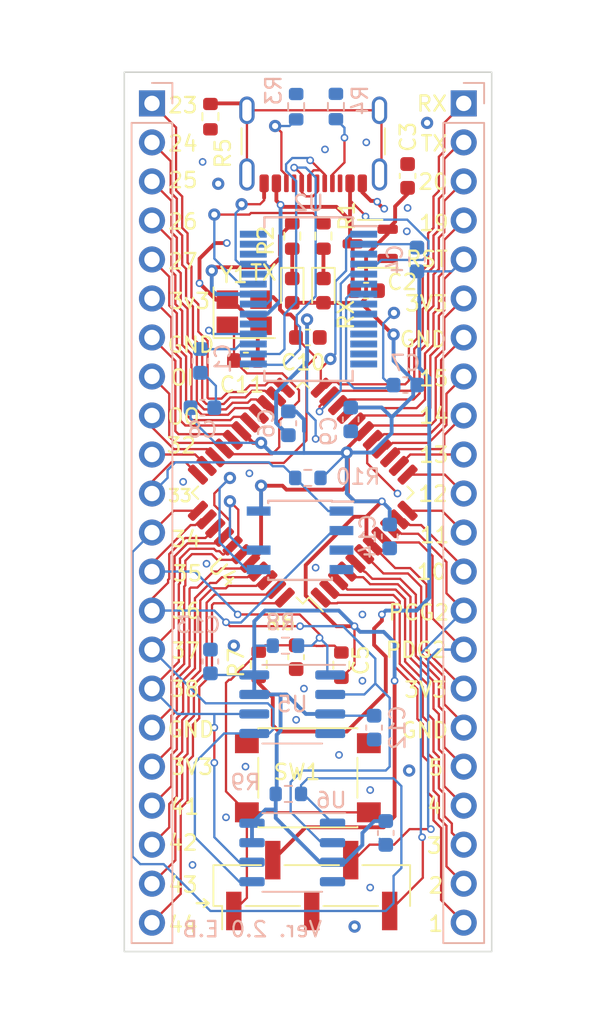
<source format=kicad_pcb>
(kicad_pcb (version 20221018) (generator pcbnew)
  (layers (0 "F.Cu" signal) (31 "B.Cu" signal) (34 "B.Paste" user) (35 "F.Paste" user) (36 "B.SilkS" user "B.Silkscreen") (37 "F.SilkS" user "F.Silkscreen") (38 "B.Mask" user) (39 "F.Mask" user) (44 "Edge.Cuts" user))
  (net 0 "")
  (net 1 "Net-(U2-3V3OUT)")
  (net 2 "GND")
  (net 3 "+5V")
  (net 4 "+3V3")
  (net 5 "Net-(U2-DTR)")
  (net 6 "MCLR")
  (net 7 "Net-(D1-K)")
  (net 8 "Net-(D2-K)")
  (net 9 "Net-(J1-CC1)")
  (net 10 "Net-(J1-CC2)")
  (net 11 "Net-(J1-SHIELD)")
  (net 12 "Net-(U2-CBUS0)")
  (net 13 "Net-(U2-CBUS1)")
  (net 14 "RX")
  (net 16 "TX")
  (net 24 "D+")
  (net 25 "D-")
  (net 30 "PGD2")
  (net 31 "P23")
  (net 32 "P1")
  (net 33 "P2")
  (net 34 "P3")
  (net 35 "P4")
  (net 36 "P5")
  (net 37 "P10")
  (net 38 "P11")
  (net 39 "P13")
  (net 40 "P14")
  (net 41 "P19")
  (net 42 "P20")
  (net 43 "P24")
  (net 44 "P25")
  (net 45 "MCLRI")
  (net 46 "PGC2")
  (net 47 "P26")
  (net 48 "P27")
  (net 49 "P32")
  (net 50 "CS3")
  (net 51 "CS2")
  (net 52 "CS1")
  (net 53 "P41")
  (net 54 "P42")
  (net 55 "P43")
  (net 56 "P44")
  (net 57 "OSCO")
  (net 58 "OSCI")
  (net 61 "SO")
  (net 62 "P12")
  (net 63 "SI")
  (net 64 "SCK")
  (net 65 "P15")
  (footprint "Package_QFP:LQFP-44_10x10mm_P0.8mm" (layer "F.Cu") (at 93.6474 83.7646 135)
    (fp_text reference "U4")
    (fp_text value "PIC24FJ64GA004-I_PT")
  )
  (footprint "Button_Switch_SMD:SW_Push_1P1T_NO_6x6mm_H9.5mm" (layer "F.Cu") (at 93.98 102.326)
    (fp_text reference "SW1")
    (fp_text value "SW_Push")
  )
  (footprint "Resistor_SMD:R_0603_1608Metric" (layer "F.Cu") (at 92.964 67.056 90)
    (fp_text reference "R2")
    (fp_text value "330")
  )
  (footprint "Package_TO_SOT_SMD:SOT-23-3" (layer "F.Cu") (at 98.044 67.564 180)
    (fp_text reference "U3" hide)
    (fp_text value "XC6206PxxxMR")
  )
  (footprint "Capacitor_SMD:C_0603_1608Metric" (layer "F.Cu") (at 97.777 70.612)
    (fp_text reference "C2")
    (fp_text value "4.7uf")
  )
  (footprint "Connector_PinHeader_2.54mm:PinHeader_1x05_P2.54mm_Vertical_SMD_Pin1Left" (layer "F.Cu") (at 94.234 109.343 90)
    (fp_text reference "J4" hide)
    (fp_text value "Conn_PIC_ICSP_ICD" hide)
  )
  (footprint "Crystal:Crystal_SMD_3225-4Pin_3.2x2.5mm" (layer "F.Cu") (at 89.832 72.048)
    (fp_text reference "Y1")
    (fp_text value "Crystal_GND24")
  )
  (footprint "Capacitor_SMD:C_0603_1608Metric" (layer "F.Cu") (at 93.98 73.66)
    (fp_text reference "C10")
    (fp_text value "12pF")
  )
  (footprint "LED_SMD:LED_0603_1608Metric" (layer "F.Cu") (at 92.964 70.612 -90)
    (fp_text reference "TX")
    (fp_text value "LED")
  )
  (footprint "Resistor_SMD:R_0603_1608Metric" (layer "F.Cu") (at 94.996 67.056 90)
    (fp_text reference "R1")
    (fp_text value "330")
  )
  (footprint "Connector_USB:USB_C_Receptacle_GCT_USB4105-xx-A_16P_TopMnt_Horizontal" (layer "F.Cu") (at 94.33 59.944 180)
    (fp_text reference "J1" hide)
    (fp_text value "USB_C_Receptacle_USB2.0")
  )
  (footprint "Capacitor_SMD:C_0603_1608Metric" (layer "F.Cu") (at 100.4824 63.1444 90)
    (fp_text reference "C3")
    (fp_text value "4.7uf")
  )
  (footprint "Resistor_SMD:R_0603_1608Metric" (layer "F.Cu") (at 87.63 59.2836 -90)
    (fp_text reference "R5")
    (fp_text value "10M")
  )
  (footprint "Capacitor_SMD:C_0603_1608Metric" (layer "F.Cu") (at 89.9414 75.1586)
    (fp_text reference "C11")
    (fp_text value "12pF")
  )
  (footprint "Resistor_SMD:R_0603_1608Metric" (layer "F.Cu") (at 90.7796 94.9452 -90)
    (fp_text reference "R7")
    (fp_text value "1k")
  )
  (footprint "LED_SMD:LED_0603_1608Metric" (layer "F.Cu") (at 94.996 70.612 -90)
    (fp_text reference "RX")
    (fp_text value "LED")
  )
  (footprint "Resistor_SMD:R_0603_1608Metric" (layer "F.Cu") (at 96.1644 94.996 90)
    (fp_text reference "R6")
    (fp_text value "10k")
  )
  (footprint "Capacitor_SMD:C_0603_1608Metric" (layer "F.Cu") (at 93.218 94.475 -90)
    (fp_text reference "C5")
    (fp_text value "0.1uf")
  )
  (footprint "Capacitor_SMD:C_0603_1608Metric" (layer "B.Cu") (at 99.06 105.918 -90)
    (fp_text reference "C16" hide)
    (fp_text value "0.1uF")
  )
  (footprint "Capacitor_SMD:C_0603_1608Metric" (layer "B.Cu") (at 86.974 75.184 -90)
    (fp_text reference "C1")
    (fp_text value "0.1uf")
  )
  (footprint "Resistor_SMD:R_0603_1608Metric" (layer "B.Cu") (at 92.71 103.378)
    (fp_text reference "R9")
    (fp_text value "10k")
  )
  (footprint "Package_SO:SSOP-28_5.3x10.2mm_P0.65mm" (layer "B.Cu") (at 94.024 71.161 180)
    (fp_text reference "U2")
    (fp_text value "FT232RL")
  )
  (footprint "Capacitor_SMD:C_0603_1608Metric" (layer "B.Cu") (at 99.314 86.614 -90)
    (fp_text reference "C14")
    (fp_text value "0.1uF" hide)
  )
  (footprint "Resistor_SMD:R_0603_1608Metric" (layer "B.Cu") (at 93.218 58.6354 90)
    (fp_text reference "R3")
    (fp_text value "5.1k")
  )
  (footprint "Capacitor_SMD:C_0603_1608Metric" (layer "B.Cu") (at 87.109 78.232)
    (fp_text reference "C8")
    (fp_text value "0.1uf")
  )
  (footprint "Package_SO:SOIC-8-N7_3.9x4.9mm_P1.27mm" (layer "B.Cu") (at 93.472 86.868 180)
    (fp_text reference "U1" hide)
    (fp_text value "23LC1024T-I/SN")
  )
  (footprint "Resistor_SMD:R_0603_1608Metric" (layer "B.Cu") (at 93.98 82.804 180)
    (fp_text reference "R10" hide)
    (fp_text value "10k" hide)
  )
  (footprint "Capacitor_SMD:C_0603_1608Metric" (layer "B.Cu") (at 96.774 78.994 -90)
    (fp_text reference "C9")
    (fp_text value "0.1uf" hide)
  )
  (footprint "Connector_PinHeader_2.54mm:PinHeader_1x22_P2.54mm_Vertical" (layer "B.Cu") (at 83.82 58.42 180)
    (fp_text reference "J2" hide)
    (fp_text value "Conn_01x22_Pin")
  )
  (footprint "Capacitor_SMD:C_0603_1608Metric" (layer "B.Cu") (at 98.298 99.06 -90)
    (fp_text reference "C12")
    (fp_text value "0.1uF" hide)
  )
  (footprint "Package_SO:SOIC-8_3.9x4.9mm_P1.27mm" (layer "B.Cu") (at 92.964 97.536 180)
    (fp_text reference "U5")
    (fp_text value "25CSM04xxSN")
  )
  (footprint "Resistor_SMD:R_0603_1608Metric" (layer "B.Cu") (at 95.8088 58.6232 90)
    (fp_text reference "R4")
    (fp_text value "5.1k")
  )
  (footprint "Capacitor_SMD:C_0603_1608Metric" (layer "B.Cu") (at 87.63 94.755 90)
    (fp_text reference "C13" hide)
    (fp_text value "0.1uF" hide)
  )
  (footprint "Capacitor_SMD:C_0603_1608Metric" (layer "B.Cu") (at 100.343 76.7588 180)
    (fp_text reference "C7")
    (fp_text value "0.1uf")
  )
  (footprint "Connector_PinHeader_2.54mm:PinHeader_1x22_P2.54mm_Vertical" (layer "B.Cu") (at 104.14 58.42 180)
    (fp_text reference "J3" hide)
    (fp_text value "Conn_01x22_Pin")
  )
  (footprint "Resistor_SMD:R_0603_1608Metric" (layer "B.Cu") (at 92.519 93.726)
    (fp_text reference "R8")
    (fp_text value "10k" hide)
  )
  (footprint "Capacitor_SMD:C_0603_1608Metric" (layer "B.Cu") (at 101.092 68.58 -90)
    (fp_text reference "C4")
    (fp_text value "0.1uf")
  )
  (footprint "Package_SO:SOP-8_3.9x4.9mm_P1.27mm" (layer "B.Cu") (at 92.964 107.188 180)
    (fp_text reference "U6")
    (fp_text value "SST25VF080B-50-4x-S2Ax")
  )
  (footprint "Capacitor_SMD:C_0603_1608Metric" (layer "B.Cu") (at 92.71 79.248 -90)
    (fp_text reference "C6")
    (fp_text value "0.1uf" hide)
  )
  (gr_line (start 87.503 110.49) (end 87.1982 110.744) (stroke (width 0.15)) (layer "F.SilkS"))
  (gr_line (start 86.741 110.49) (end 87.503 110.49) (stroke (width 0.15)) (layer "F.SilkS"))
  (gr_line (start 87.503 110.49) (end 87.1982 110.236) (stroke (width 0.15)) (layer "F.SilkS"))
  (gr_rect (start 82.0166 113.6396) (end 105.9622 56.388) (stroke (width 0.1)) (fill none) (layer "Edge.Cuts"))
  (gr_text "Ver. 2.0 E.B" (at 94.996 112.776) (layer "B.SilkS") (effects (font (size 1 1)) (justify left bottom mirror)))
  (gr_text "R10" (at 98.806 83.312) (layer "B.SilkS") (effects (font (size 1 1)) (justify left bottom mirror)))
  (gr_text "C13" (at 88.392 92.964) (layer "B.SilkS") (effects (font (size 1 1)) (justify left bottom mirror)))
  (gr_text "RST" (at 100.2792 69.1388) (layer "F.SilkS") (effects (font (size 1 1)) (justify left bottom)))
  (gr_text "20" (at 101.092 64.1096) (layer "F.SilkS") (effects (font (size 1 1)) (justify left bottom)))
  (gr_text "10" (at 100.9904 89.5096) (layer "F.SilkS") (effects (font (size 1 1)) (justify left bottom)))
  (gr_text "OI" (at 84.9376 76.8604) (layer "F.SilkS") (effects (font (size 1 1)) (justify left bottom)))
  (gr_text "33" (at 84.7852 84.4296) (layer "F.SilkS") (effects (font (size 0.8 0.8)) (justify left bottom)))
  (gr_text "14" (at 101.1428 79.3496) (layer "F.SilkS") (effects (font (size 1 1)) (justify left bottom)))
  (gr_text "1" (at 101.7524 112.4204) (layer "F.SilkS") (effects (font (size 1 1)) (justify left bottom)))
  (gr_text "36" (at 84.9884 92.0496) (layer "F.SilkS") (effects (font (size 1 1)) (justify left bottom)))
  (gr_text "PDG2" (at 98.9584 94.5896) (layer "F.SilkS") (effects (font (size 1 1)) (justify left bottom)))
  (gr_text "32" (at 84.6836 81.28) (layer "F.SilkS") (effects (font (size 1 1)) (justify left bottom)))
  (gr_text "3" (at 101.6508 107.3404) (layer "F.SilkS") (effects (font (size 1 1)) (justify left bottom)))
  (gr_text "44" (at 84.7852 112.4712) (layer "F.SilkS") (effects (font (size 1 1)) (justify left bottom)))
  (gr_text "3V3" (at 100.2284 72.0344) (layer "F.SilkS") (effects (font (size 1 1)) (justify left bottom)))
  (gr_text "23" (at 84.7852 59.1312) (layer "F.SilkS") (effects (font (size 1 1)) (justify left bottom)))
  (gr_text "35" (at 85.09 89.6112) (layer "F.SilkS") (effects (font (size 1 1)) (justify left bottom)))
  (gr_text "27" (at 84.7852 69.2912) (layer "F.SilkS") (effects (font (size 1 1)) (justify left bottom)))
  (gr_text "PCG2" (at 99.1362 92.1512) (layer "F.SilkS") (effects (font (size 1 1)) (justify left bottom)))
  (gr_text "41" (at 84.8868 104.8004) (layer "F.SilkS") (effects (font (size 1 1)) (justify left bottom)))
  (gr_text "GND" (at 99.8728 74.3712) (layer "F.SilkS") (effects (font (size 1 1)) (justify left bottom)))
  (gr_text "25" (at 84.7852 64.008) (layer "F.SilkS") (effects (font (size 1 1)) (justify left bottom)))
  (gr_text "24" (at 84.7852 61.6204) (layer "F.SilkS") (effects (font (size 1 1)) (justify left bottom)))
  (gr_text "19" (at 101.1428 66.802) (layer "F.SilkS") (effects (font (size 1 1)) (justify left bottom)))
  (gr_text "12" (at 101.092 84.4296) (layer "F.SilkS") (effects (font (size 1 1)) (justify left bottom)))
  (gr_text "GND" (at 84.7344 99.7712) (layer "F.SilkS") (effects (font (size 1 1)) (justify left bottom)))
  (gr_text "38" (at 84.8868 97.1296) (layer "F.SilkS") (effects (font (size 1 1)) (justify left bottom)))
  (gr_text "2" (at 101.7524 109.9312) (layer "F.SilkS") (effects (font (size 1 1)) (justify left bottom)))
  (gr_text "GND" (at 84.7344 74.7268) (layer "F.SilkS") (effects (font (size 1 1)) (justify left bottom)))
  (gr_text "TX" (at 101.2444 61.6204) (layer "F.SilkS") (effects (font (size 1 1)) (justify left bottom)))
  (gr_text "4" (at 101.6508 104.7496) (layer "F.SilkS") (effects (font (size 1 1)) (justify left bottom)))
  (gr_text "43" (at 84.7852 109.8804) (layer "F.SilkS") (effects (font (size 1 1)) (justify left bottom)))
  (gr_text "3V3" (at 84.9376 102.2096) (layer "F.SilkS") (effects (font (size 1 1)) (justify left bottom)))
  (gr_text "RX" (at 100.9904 59.0296) (layer "F.SilkS") (effects (font (size 1 1)) (justify left bottom)))
  (gr_text "3V3" (at 100.1776 97.1804) (layer "F.SilkS") (effects (font (size 1 1)) (justify left bottom)))
  (gr_text "26" (at 84.7852 66.7004) (layer "F.SilkS") (effects (font (size 1 1)) (justify left bottom)))
  (gr_text "GND" (at 99.9744 99.822) (layer "F.SilkS") (effects (font (size 1 1)) (justify left bottom)))
  (gr_text "11" (at 101.1936 87.122) (layer "F.SilkS") (effects (font (size 1 1)) (justify left bottom)))
  (gr_text "34" (at 84.9884 87.376) (layer "F.SilkS") (effects (font (size 1 1)) (justify left bottom)))
  (gr_text "42" (at 84.7852 107.1372) (layer "F.SilkS") (effects (font (size 1 1)) (justify left bottom)))
  (gr_text "15" (at 101.1428 76.9112) (layer "F.SilkS") (effects (font (size 1 1)) (justify left bottom)))
  (gr_text "3v3" (at 84.836 71.882) (layer "F.SilkS") (effects (font (size 1 1)) (justify left bottom)))
  (gr_text "5" (at 101.7524 102.2604) (layer "F.SilkS") (effects (font (size 1 1)) (justify left bottom)))
  (gr_text "13" (at 101.1428 81.8896) (layer "F.SilkS") (effects (font (size 1 1)) (justify left bottom)))
  (gr_text "OO" (at 84.7344 79.4004) (layer "F.SilkS") (effects (font (size 1 1)) (justify left bottom)))
  (gr_text "37" (at 84.9376 94.6404) (layer "F.SilkS") (effects (font (size 1 1)) (justify left bottom)))
  (segment (start 89.24909 74.422) (end 89.58509 74.086) (width 0.15) (layer "B.Cu") (net 1))
  (segment (start 86.987 74.422) (end 89.24909 74.422) (width 0.15) (layer "B.Cu") (net 1))
  (segment (start 86.974 74.409) (end 86.987 74.422) (width 0.15) (layer "B.Cu") (net 1))
  (segment (start 89.58509 74.086) (end 90.424 74.086) (width 0.15) (layer "B.Cu") (net 1))
  (segment (start 88.732 71.198) (end 88.978 71.198) (width 0.25) (layer "F.Cu") (net 2))
  (segment (start 91.13 64.7244) (end 90.8699 64.9845) (width 0.15) (layer "F.Cu") (net 2))
  (segment (start 85.09 97.79) (end 83.82 99.06) (width 0.15) (layer "F.Cu") (net 2))
  (segment (start 90.8699 64.9845) (end 89.662 64.9845) (width 0.15) (layer "F.Cu") (net 2))
  (segment (start 86.9185 68.5295) (end 86.9185 70.1294) (width 0.25) (layer "F.Cu") (net 2))
  (segment (start 98.938936 79.957988) (end 101.919038 79.957988) (width 0.15) (layer "F.Cu") (net 2))
  (segment (start 98.9584 65.278) (end 98.9584 65.3288) (width 0.25) (layer "F.Cu") (net 2))
  (segment (start 97.848772 80.694599) (end 98.217078 80.326293) (width 0.15) (layer "F.Cu") (net 2))
  (segment (start 85.09 95.744974) (end 85.09 97.79) (width 0.15) (layer "F.Cu") (net 2))
  (segment (start 88.709417 79.957988) (end 85.545988 79.957988) (width 0.15) (layer "F.Cu") (net 2))
  (segment (start 98.9068 89.024) (end 100.5056 89.024) (width 0.15) (layer "F.Cu") (net 2))
  (segment (start 97.651392 87.768592) (end 98.9068 89.024) (width 0.15) (layer "F.Cu") (net 2))
  (segment (start 98.570631 80.326293) (end 98.938936 79.957988) (width 0.15) (layer "F.Cu") (net 2))
  (segment (start 89.275102 88.136898) (end 88.084849 88.136897) (width 0.15) (layer "F.Cu") (net 2))
  (segment (start 88.084849 88.136897) (end 87.713552 87.7656) (width 0.15) (layer "F.Cu") (net 2))
  (segment (start 97.53 64.2052) (end 98.0948 64.77) (width 0.25) (layer "F.Cu") (net 2))
  (segment (start 97.53 63.624) (end 97.53 64.2052) (width 0.25) (layer "F.Cu") (net 2))
  (segment (start 90.678 72.898) (end 90.932 72.898) (width 0.25) (layer "F.Cu") (net 2))
  (segment (start 85.344 79.756) (end 85.344 75.184) (width 0.15) (layer "F.Cu") (net 2))
  (segment (start 102.665 75.135) (end 104.14 73.66) (width 0.15) (layer "F.Cu") (net 2))
  (segment (start 98.3996 64.77) (end 98.4504 64.8208) (width 0.25) (layer "F.Cu") (net 2))
  (segment (start 85.995 88.196896) (end 85.995 89.799269) (width 0.15) (layer "F.Cu") (net 2))
  (segment (start 88.732 71.198) (end 89.232 71.198) (width 0.15) (layer "F.Cu") (net 2))
  (segment (start 89.077722 80.326293) (end 88.709417 79.957988) (width 0.15) (layer "F.Cu") (net 2))
  (segment (start 98.4504 64.8208) (end 98.5012 64.8208) (width 0.25) (layer "F.Cu") (net 2))
  (segment (start 104.14 98.806) (end 104.14 99.06) (width 0.15) (layer "F.Cu") (net 2))
  (segment (start 87.9348 67.5132) (end 86.9185 68.5295) (width 0.25) (layer "F.Cu") (net 2))
  (segment (start 100.5056 89.024) (end 101.3688 89.8872) (width 0.15) (layer "F.Cu") (net 2))
  (segment (start 87.9871 71.198) (end 86.9185 70.1294) (width 0.25) (layer "F.Cu") (net 2))
  (segment (start 98.0948 64.77) (end 98.3996 64.77) (width 0.25) (layer "F.Cu") (net 2))
  (segment (start 101.919038 79.957988) (end 102.665 79.212026) (width 0.15) (layer "F.Cu") (net 2))
  (segment (start 99.822 83.82) (end 97.848772 81.846772) (width 0.15) (layer "F.Cu") (net 2))
  (segment (start 90.7164 75.1586) (end 90.7164 73.12278) (width 0.25) (layer "F.Cu") (net 2))
  (segment (start 89.643408 87.768592) (end 89.275102 88.136898) (width 0.15) (layer "F.Cu") (net 2))
  (segment (start 88.978 71.198) (end 90.678 72.898) (width 0.25) (layer "F.Cu") (net 2))
  (segment (start 91.13 63.624) (end 91.13 64.7244) (width 0.15) (layer "F.Cu") (net 2))
  (segment (start 101.3688 94.243774) (end 102.87 95.744974) (width 0.15) (layer "F.Cu") (net 2))
  (segment (start 85.545988 79.957988) (end 85.344 79.756) (width 0.15) (layer "F.Cu") (net 2))
  (segment (start 97.848772 81.846772) (end 97.848772 80.694599) (width 0.15) (layer "F.Cu") (net 2))
  (segment (start 91.13 63.624) (end 91.13 64.572) (width 0.25) (layer "F.Cu") (net 2))
  (segment (start 88.6968 67.5132) (end 87.9348 67.5132) (width 0.25) (layer "F.Cu") (net 2))
  (segment (start 85.995 89.799269) (end 85.9196 89.874669) (width 0.15) (layer "F.Cu") (net 2))
  (segment (start 98.9584 65.3288) (end 98.9076 65.278) (width 0.25) (layer "F.Cu") (net 2))
  (segment (start 102.87 97.536) (end 104.14 98.806) (width 0.15) (layer "F.Cu") (net 2))
  (segment (start 98.9076 65.278) (end 98.9584 65.278) (width 0.25) (layer "F.Cu") (net 2))
  (segment (start 102.665 79.212026) (end 102.665 75.135) (width 0.15) (layer "F.Cu") (net 2))
  (segment (start 85.344 75.184) (end 83.82 73.66) (width 0.15) (layer "F.Cu") (net 2))
  (segment (start 85.9196 94.915374) (end 85.09 95.744974) (width 0.15) (layer "F.Cu") (net 2))
  (segment (start 98.217078 80.326293) (end 98.570631 80.326293) (width 0.15) (layer "F.Cu") (net 2))
  (segment (start 98.5012 64.8208) (end 98.5012 64.8716) (width 0.25) (layer "F.Cu") (net 2))
  (segment (start 87.713552 87.7656) (end 86.426296 87.7656) (width 0.15) (layer "F.Cu") (net 2))
  (segment (start 101.3688 89.8872) (end 101.3688 94.243774) (width 0.15) (layer "F.Cu") (net 2))
  (segment (start 86.426296 87.7656) (end 85.995 88.196896) (width 0.15) (layer "F.Cu") (net 2))
  (segment (start 85.9196 89.874669) (end 85.9196 94.915374) (width 0.15) (layer "F.Cu") (net 2))
  (segment (start 98.5012 64.8716) (end 98.9076 65.278) (width 0.25) (layer "F.Cu") (net 2))
  (segment (start 88.79162 71.198) (end 88.732 71.198) (width 0.25) (layer "F.Cu") (net 2))
  (segment (start 88.732 71.198) (end 87.9871 71.198) (width 0.25) (layer "F.Cu") (net 2))
  (segment (start 102.87 95.744974) (end 102.87 97.536) (width 0.15) (layer "F.Cu") (net 2))
  (via (at 98.5012 64.8208) (size 0.5) (drill 0.3) (layers "F.Cu" "B.Cu") (net 2))
  (via (at 99.5934 72.0598) (size 0.8) (drill 0.4) (layers "F.Cu" "B.Cu") (net 2))
  (via (at 94.488 88.646) (size 0.5) (drill 0.3) (layers "F.Cu" "B.Cu") (net 2))
  (via (at 86.9185 70.1294) (size 0.5) (drill 0.3) (layers "F.Cu" "B.Cu") (net 2))
  (via (at 93.726 96.52) (size 0.5) (drill 0.3) (layers "F.Cu" "B.Cu") (net 2))
  (via (at 99.822 83.82) (size 0.5) (drill 0.3) (layers "F.Cu" "B.Cu") (net 2))
  (via (at 98.044 109.474) (size 0.5) (drill 0.3) (layers "F.Cu" "B.Cu") (net 2))
  (via (at 100.584 101.854) (size 0.8) (drill 0.4) (layers "F.Cu" "B.Cu") (net 2))
  (via (at 89.662 64.9845) (size 0.8) (drill 0.4) (layers "F.Cu" "B.Cu") (net 2))
  (via (at 93.218 98.552) (size 0.5) (drill 0.3) (layers "F.Cu" "B.Cu") (net 2))
  (via (at 87.376 88.392) (size 0.5) (drill 0.3) (layers "F.Cu" "B.Cu") (net 2))
  (via (at 89.916 101.6) (size 0.5) (drill 0.3) (layers "F.Cu" "B.Cu") (net 2))
  (via (at 101.7524 59.69) (size 0.8) (drill 0.4) (layers "F.Cu" "B.Cu") (net 2))
  (via (at 86.4616 108.0008) (size 0.5) (drill 0.3) (layers "F.Cu" "B.Cu") (net 2))
  (via (at 97.536 96.012) (size 0.5) (drill 0.3) (layers "F.Cu" "B.Cu") (net 2))
  (via (at 98.044 103.124) (size 0.5) (drill 0.3) (layers "F.Cu" "B.Cu") (net 2))
  (via (at 100.4316 66.7512) (size 0.5) (drill 0.3) (layers "F.Cu" "B.Cu") (net 2))
  (via (at 97.536 91.694) (size 0.5) (drill 0.3) (layers "F.Cu" "B.Cu") (net 2))
  (via (at 93.9292 72.4916) (size 0.8) (drill 0.4) (layers "F.Cu" "B.Cu") (net 2))
  (via (at 89.154 93.726) (size 0.8) (drill 0.4) (layers "F.Cu" "B.Cu") (net 2))
  (via (at 88.646 104.902) (size 0.5) (drill 0.3) (layers "F.Cu" "B.Cu") (net 2))
  (via (at 97.79 60.96) (size 0.5) (drill 0.3) (layers "F.Cu" "B.Cu") (net 2))
  (via (at 85.852 83.058) (size 0.5) (drill 0.3) (layers "F.Cu" "B.Cu") (net 2))
  (via (at 95.0976 61.4172) (size 0.5) (drill 0.3) (layers "F.Cu" "B.Cu") (net 2))
  (via (at 100.4824 65.2272) (size 0.5) (drill 0.3) (layers "F.Cu" "B.Cu") (net 2))
  (via (at 87.122 62.23) (size 0.5) (drill 0.3) (layers "F.Cu" "B.Cu") (net 2))
  (via (at 97.028 112.014) (size 0.8) (drill 0.4) (layers "F.Cu" "B.Cu") (net 2))
  (via (at 98.9584 65.278) (size 0.5) (drill 0.3) (layers "F.Cu" "B.Cu") (net 2))
  (via (at 94.488 80.264) (size 0.5) (drill 0.3) (layers "F.Cu" "B.Cu") (net 2))
  (via (at 87.5284 73.2028) (size 0.5) (drill 0.3) (layers "F.Cu" "B.Cu") (net 2))
  (via (at 96.012 100.838) (size 0.5) (drill 0.3) (layers "F.Cu" "B.Cu") (net 2))
  (via (at 90.17 82.506091) (size 0.5) (drill 0.3) (layers "F.Cu" "B.Cu") (net 2))
  (via (at 88.138 63.6524) (size 0.8) (drill 0.4) (layers "F.Cu" "B.Cu") (net 2))
  (via (at 88.6968 67.5132) (size 0.5) (drill 0.3) (layers "F.Cu" "B.Cu") (net 2))
  (segment (start 96.474 76.4588) (end 96.474 71.111) (width 0.15) (layer "B.Cu") (net 2))
  (segment (start 99.301 76.708) (end 99.047 76.962) (width 0.15) (layer "B.Cu") (net 2))
  (segment (start 96.749 70.836) (end 97.624 70.836) (width 0.15) (layer "B.Cu") (net 2))
  (segment (start 93.9292 75.2348) (end 93.9292 75.184) (width 0.25) (layer "B.Cu") (net 2))
  (segment (start 90.424 73.436) (end 91.26291 73.436) (width 0.15) (layer "B.Cu") (net 2))
  (segment (start 91.299 71.486) (end 90.424 71.486) (width 0.15) (layer "B.Cu") (net 2))
  (segment (start 89.274 68.611) (end 89.274 65.5644) (width 0.15) (layer "B.Cu") (net 2))
  (segment (start 98.893 72.7602) (end 98.893 76.3) (width 0.15) (layer "B.Cu") (net 2))
  (segment (start 87.9856 76.8096) (end 87.9856 78.1304) (width 0.15) (layer "B.Cu") (net 2))
  (segment (start 98.666 106.299) (end 99.06 106.693) (width 0.15) (layer "B.Cu") (net 2))
  (segment (start 87.135 75.959) (end 87.9856 76.8096) (width 0.15) (layer "B.Cu") (net 2))
  (segment (start 89.549 68.886) (end 89.274 68.611) (width 0.15) (layer "B.Cu") (net 2))
  (segment (start 99.047 76.962) (end 96.9772 76.962) (width 0.15) (layer "B.Cu") (net 2))
  (segment (start 90.424 68.886) (end 89.549 68.886) (width 0.15) (layer "B.Cu") (net 2))
  (segment (start 99.5934 72.0598) (end 98.893 72.7602) (width 0.15) (layer "B.Cu") (net 2))
  (segment (start 96.9772 76.962) (end 96.474 76.4588) (width 0.15) (layer "B.Cu") (net 2))
  (segment (start 87.9856 78.1304) (end 87.884 78.232) (width 0.15) (layer "B.Cu") (net 2))
  (segment (start 89.274 65.5644) (end 89.662 65.1764) (width 0.15) (layer "B.Cu") (net 2))
  (segment (start 91.299 71.486) (end 91.574 71.211) (width 0.15) (layer "B.Cu") (net 2))
  (segment (start 92.71 80.023) (end 91.91 79.223) (width 0.25) (layer "B.Cu") (net 2))
  (segment (start 91.26291 68.886) (end 90.424 68.886) (width 0.15) (layer "B.Cu") (net 2))
  (segment (start 93.9292 78.510092) (end 93.9292 75.184) (width 0.15) (layer "B.Cu") (net 2))
  (segment (start 91.91 79.223) (end 91.91 77.254) (width 0.25) (layer "B.Cu") (net 2))
  (segment (start 96.474 71.111) (end 96.749 70.836) (width 0.15) (layer "B.Cu") (net 2))
  (segment (start 86.974 75.959) (end 87.135 75.959) (width 0.15) (layer "B.Cu") (net 2))
  (segment (start 94.488 80.264) (end 94.488 79.068892) (width 0.15) (layer "B.Cu") (net 2))
  (segment (start 98.893 76.3) (end 99.301 76.708) (width 0.15) (layer "B.Cu") (net 2))
  (segment (start 91.574 69.19709) (end 91.26291 68.886) (width 0.15) (layer "B.Cu") (net 2))
  (segment (start 90.424 73.436) (end 87.7616 73.436) (width 0.15) (layer "B.Cu") (net 2))
  (segment (start 93.9292 75.184) (end 93.9292 72.4916) (width 0.25) (layer "B.Cu") (net 2))
  (segment (start 89.662 65.1764) (end 89.662 64.9845) (width 0.15) (layer "B.Cu") (net 2))
  (segment (start 87.7616 73.436) (end 87.5284 73.2028) (width 0.15) (layer "B.Cu") (net 2))
  (segment (start 91.91 77.254) (end 93.9292 75.2348) (width 0.25) (layer "B.Cu") (net 2))
  (segment (start 91.574 71.211) (end 91.574 69.19709) (width 0.15) (layer "B.Cu") (net 2))
  (segment (start 94.488 79.068892) (end 93.9292 78.510092) (width 0.15) (layer "B.Cu") (net 2))
  (segment (start 96.73 66.04) (end 96.73 67.3875) (width 0.25) (layer "F.Cu") (net 3))
  (segment (start 96.73 67.3875) (end 96.9065 67.564) (width 0.25) (layer "F.Cu") (net 3))
  (segment (start 96.73 63.624) (end 96.73 66.04) (width 0.25) (layer "F.Cu") (net 3))
  (segment (start 95.846 65.156) (end 92.334 65.156) (width 0.25) (layer "F.Cu") (net 3))
  (segment (start 91.93 64.752) (end 92.202 65.024) (width 0.25) (layer "F.Cu") (net 3))
  (segment (start 97.79 65.786) (end 96.73 64.726) (width 0.15) (layer "F.Cu") (net 3))
  (segment (start 96.73 64.726) (end 96.73 63.624) (width 0.15) (layer "F.Cu") (net 3))
  (segment (start 96.73 66.04) (end 95.846 65.156) (width 0.25) (layer "F.Cu") (net 3))
  (segment (start 96.9065 70.5165) (end 97.002 70.612) (width 0.25) (layer "F.Cu") (net 3))
  (segment (start 96.9065 67.564) (end 96.9065 70.5165) (width 0.25) (layer "F.Cu") (net 3))
  (segment (start 91.93 63.624) (end 91.93 64.752) (width 0.25) (layer "F.Cu") (net 3))
  (segment (start 92.334 65.156) (end 92.202 65.024) (width 0.25) (layer "F.Cu") (net 3))
  (via (at 97.7392 65.786) (size 0.5) (drill 0.3) (layers "F.Cu" "B.Cu") (net 3))
  (via (at 92.202 65.024) (size 0.5) (drill 0.3) (layers "F.Cu" "B.Cu") (net 3))
  (segment (start 92.202 65.024) (end 92.202 71.26762) (width 0.25) (layer "B.Cu") (net 3))
  (segment (start 92.202 71.26762) (end 91.33362 72.136) (width 0.25) (layer "B.Cu") (net 3))
  (segment (start 97.9932 65.9892) (end 97.79 65.786) (width 0.15) (layer "B.Cu") (net 3))
  (segment (start 91.33362 72.136) (end 90.424 72.136) (width 0.25) (layer "B.Cu") (net 3))
  (segment (start 98.774 68.611) (end 101.468108 68.611) (width 0.15) (layer "B.Cu") (net 3))
  (segment (start 97.624 68.886) (end 98.499 68.886) (width 0.15) (layer "B.Cu") (net 3))
  (segment (start 101.842 67.372892) (end 100.458308 65.9892) (width 0.15) (layer "B.Cu") (net 3))
  (segment (start 101.468108 68.611) (end 101.842 68.237108) (width 0.15) (layer "B.Cu") (net 3))
  (segment (start 101.842 68.237108) (end 101.842 67.372892) (width 0.15) (layer "B.Cu") (net 3))
  (segment (start 100.458308 65.9892) (end 97.9932 65.9892) (width 0.15) (layer "B.Cu") (net 3))
  (segment (start 97.7392 65.786) (end 97.79 65.786) (width 0.15) (layer "B.Cu") (net 3))
  (segment (start 98.499 68.886) (end 98.774 68.611) (width 0.15) (layer "B.Cu") (net 3))
  (segment (start 86.2696 95.060348) (end 85.44 95.889948) (width 0.15) (layer "F.Cu") (net 4))
  (segment (start 87.822578 88.9) (end 86.778334 89.944244) (width 0.15) (layer "F.Cu") (net 4))
  (segment (start 102.315 79.041) (end 102.315 74.990026) (width 0.15) (layer "F.Cu") (net 4))
  (segment (start 85.694 79.09) (end 85.694 75.039026) (width 0.15) (layer "F.Cu") (net 4))
  (segment (start 86.778334 89.944244) (end 86.345 89.944244) (width 0.15) (layer "F.Cu") (net 4))
  (segment (start 99.6345 104.8355) (end 99.6345 96.012) (width 0.25) (layer "F.Cu") (net 4))
  (segment (start 90.209093 88.334278) (end 89.840788 88.702583) (width 0.15) (layer "F.Cu") (net 4))
  (segment (start 91.694 107.688) (end 93.831 105.551) (width 0.25) (layer "F.Cu") (net 4))
  (segment (start 90.932 87.611371) (end 90.932 83.312) (width 0.25) (layer "F.Cu") (net 4))
  (segment (start 90.4008 80.518) (end 89.643408 79.760608) (width 0.25) (layer "F.Cu") (net 4))
  (segment (start 96.587 81.22) (end 96.52 81.153) (width 0.25) (layer "F.Cu") (net 4))
  (segment (start 99.1815 66.914) (end 97.777 68.3185) (width 0.25) (layer "F.Cu") (net 4))
  (segment (start 97.798772 86.784601) (end 98.217078 87.202907) (width 0.25) (layer "F.Cu") (net 4))
  (segment (start 101.963698 79.392302) (end 102.315 79.041) (width 0.15) (layer "F.Cu") (net 4))
  (segment (start 88.138 88.9) (end 87.822578 88.9) (width 0.15) (layer "F.Cu") (net 4))
  (segment (start 92.583716 83.566) (end 92.329716 83.312) (width 0.25) (layer "F.Cu") (net 4))
  (segment (start 86.2696 90.019644) (end 86.2696 95.060348) (width 0.15) (layer "F.Cu") (net 4))
  (segment (start 99.508159 73.465341) (end 97.454818 71.412) (width 0.25) (layer "F.Cu") (net 4))
  (segment (start 99.6696 66.1259) (end 99.1815 66.614) (width 0.25) (layer "F.Cu") (net 4))
  (segment (start 86.345 89.944244) (end 86.2696 90.019644) (width 0.15) (layer "F.Cu") (net 4))
  (segment (start 95.0085 71.412) (end 94.996 71.3995) (width 0.25) (layer "F.Cu") (net 4))
  (segment (start 97.798772 85.335228) (end 97.798772 86.784601) (width 0.25) (layer "F.Cu") (net 4))
  (segment (start 85.09 100.33) (end 83.82 101.6) (width 0.15) (layer "F.Cu") (net 4))
  (segment (start 99.1815 66.614) (end 99.1815 66.914) (width 0.25) (layer "F.Cu") (net 4))
  (segment (start 98.019698 79.392302) (end 101.963698 79.392302) (width 0.15) (layer "F.Cu") (net 4))
  (segment (start 93.831 105.551) (end 98.919 105.551) (width 0.25) (layer "F.Cu") (net 4))
  (segment (start 85.44 95.889948) (end 85.44 97.934974) (width 0.15) (layer "F.Cu") (net 4))
  (segment (start 102.87 72.39) (end 104.14 71.12) (width 0.15) (layer "F.Cu") (net 4))
  (segment (start 93.838974 90.461556) (end 93.838974 88.481853) (width 0.25) (layer "F.Cu") (net 4))
  (segment (start 97.020195 92.459642) (end 95.83706 92.459642) (width 0.25) (layer "F.Cu") (net 4))
  (segment (start 89.840788 88.702583) (end 88.335417 88.702583) (width 0.15) (layer "F.Cu") (net 4))
  (segment (start 100.650575 88.674) (end 101.7188 89.742226) (width 0.15) (layer "F.Cu") (net 4))
  (segment (start 85.09 72.39) (end 83.82 71.12) (width 0.15) (layer "F.Cu") (net 4))
  (segment (start 97.020195 94.965205) (end 96.1644 95.821) (width 0.15) (layer "F.Cu") (net 4))
  (segment (start 97.651392 79.760608) (end 98.019698 79.392302) (width 0.15) (layer "F.Cu") (net 4))
  (segment (start 98.217078 87.218878) (end 99.6722 88.674) (width 0.15) (layer "F.Cu") (net 4))
  (segment (start 88.335417 88.702583) (end 88.138 88.9) (width 0.15) (layer "F.Cu") (net 4))
  (segment (start 90.932 83.312) (end 90.7161 83.5279) (width 0.15) (layer "F.Cu") (net 4))
  (segment (start 99.6696 65.1256) (end 99.6696 66.1259) (width 0.25) (layer "F.Cu") (net 4))
  (segment (start 98.806 84.328) (end 97.798772 85.335228) (width 0.25) (layer "F.Cu") (net 4))
  (segment (start 96.52 80.892) (end 97.651392 79.760608) (width 0.25) (layer "F.Cu") (net 4))
  (segment (start 99.5675 73.465341) (end 99.508159 73.465341) (width 0.25) (layer "F.Cu") (net 4))
  (segment (start 100.4824 64.3128) (end 99.6696 65.1256) (width 0.25) (layer "F.Cu") (net 4))
  (segment (start 97.848772 86.834601) (end 98.217078 87.202907) (width 0.15) (layer "F.Cu") (net 4))
  (segment (start 98.806 84.328) (end 97.028 84.328) (width 0.25) (layer "F.Cu") (net 4))
  (segment (start 100.4824 63.9194) (end 100.4824 64.3128) (width 0.25) (layer "F.Cu") (net 4))
  (segment (start 93.838974 88.481853) (end 96.985599 85.335228) (width 0.25) (layer "F.Cu") (net 4))
  (segment (start 96.52 81.153) (end 96.52 83.312) (width 0.25) (layer "F.Cu") (net 4))
  (segment (start 101.7188 94.0988) (end 104.14 96.52) (width 0.15) (layer "F.Cu") (net 4))
  (segment (start 96.52 83.312) (end 96.266 83.566) (width 0.25) (layer "F.Cu") (net 4))
  (segment (start 96.587 83.887) (end 96.587 81.22) (width 0.25) (layer "F.Cu") (net 4))
  (segment (start 85.09 98.284974) (end 85.09 100.33) (width 0.15) (layer "F.Cu") (net 4))
  (segment (start 92.964 71.3995) (end 94.996 71.3995) (width 0.25) (layer "F.Cu") (net 4))
  (segment (start 98.217078 87.202907) (end 98.217078 87.218878) (width 0.15) (layer "F.Cu") (net 4))
  (segment (start 101.7188 89.742226) (end 101.7188 94.0988) (width 0.15) (layer "F.Cu") (net 4))
  (segment (start 89.275102 79.392302) (end 85.996302 79.392302) (width 0.15) (layer "F.Cu") (net 4))
  (segment (start 102.87 74.435026) (end 102.87 72.39) (width 0.15) (layer "F.Cu") (net 4))
  (segment (start 85.09 74.435026) (end 85.09 72.39) (width 0.15) (layer "F.Cu") (net 4))
  (segment (start 85.44 97.934974) (end 85.09 98.284974) (width 0.15) (layer "F.Cu") (net 4))
  (segment (start 96.985599 85.335228) (end 97.798772 85.335228) (width 0.25) (layer "F.Cu") (net 4))
  (segment (start 90.209093 88.334278) (end 90.932 87.611371) (width 0.25) (layer "F.Cu") (net 4))
  (segment (start 89.643408 79.760608) (end 89.275102 79.392302) (width 0.15) (layer "F.Cu") (net 4))
  (segment (start 85.996302 79.392302) (end 85.694 79.09) (width 0.15) (layer "F.Cu") (net 4))
  (segment (start 98.919 105.551) (end 99.6345 104.8355) (width 0.25) (layer "F.Cu") (net 4))
  (segment (start 96.52 81.153) (end 96.52 80.892) (width 0.25) (layer "F.Cu") (net 4))
  (segment (start 97.777 71.089818) (end 97.454818 71.412) (width 0.25) (layer "F.Cu") (net 4))
  (segment (start 95.83706 92.459642) (end 93.838974 90.461556) (width 0.25) (layer "F.Cu") (net 4))
  (segment (start 96.266 83.566) (end 92.583716 83.566) (width 0.25) (layer "F.Cu") (net 4))
  (segment (start 97.777 68.3185) (end 97.777 71.089818) (width 0.25) (layer "F.Cu") (net 4))
  (segment (start 97.020195 92.459642) (end 97.020195 94.965205) (width 0.15) (layer "F.Cu") (net 4))
  (segment (start 85.694 75.039026) (end 85.09 74.435026) (width 0.15) (layer "F.Cu") (net 4))
  (segment (start 97.028 84.328) (end 96.587 83.887) (width 0.25) (layer "F.Cu") (net 4))
  (segment (start 97.454818 71.412) (end 95.0085 71.412) (width 0.25) (layer "F.Cu") (net 4))
  (segment (start 99.6722 88.674) (end 100.650575 88.674) (width 0.15) (layer "F.Cu") (net 4))
  (segment (start 90.932 80.518) (end 90.4008 80.518) (width 0.25) (layer "F.Cu") (net 4))
  (segment (start 92.329716 83.312) (end 90.932 83.312) (width 0.25) (layer "F.Cu") (net 4))
  (segment (start 102.315 74.990026) (end 102.87 74.435026) (width 0.15) (layer "F.Cu") (net 4))
  (via (at 97.020195 92.459642) (size 0.5) (drill 0.3) (layers "F.Cu" "B.Cu") (net 4))
  (via (at 96.52 81.153) (size 0.8) (drill 0.4) (layers "F.Cu" "B.Cu") (net 4))
  (via (at 90.932 83.312) (size 0.8) (drill 0.4) (layers "F.Cu" "B.Cu") (net 4))
  (via (at 99.6345 96.012) (size 0.5) (drill 0.3) (layers "F.Cu" "B.Cu") (net 4))
  (via (at 99.5675 73.465341) (size 0.8) (drill 0.4) (layers "F.Cu" "B.Cu") (net 4))
  (via (at 90.932 80.518) (size 0.8) (drill 0.4) (layers "F.Cu" "B.Cu") (net 4))
  (via (at 98.806 84.328) (size 0.5) (drill 0.3) (layers "F.Cu" "B.Cu") (net 4))
  (segment (start 92.202 96.901) (end 90.489 96.901) (width 0.25) (layer "B.Cu") (net 4))
  (segment (start 90.932 80.518) (end 91.5924 81.1784) (width 0.25) (layer "B.Cu") (net 4))
  (segment (start 96.52 83.82) (end 96.52 81.153) (width 0.25) (layer "B.Cu") (net 4))
  (segment (start 97.536 105.918) (end 98.311 105.143) (width 0.25) (layer "B.Cu") (net 4))
  (segment (start 95.553 98.285) (end 95.439 98.171) (width 0.15) (layer "B.Cu") (net 4))
  (segment (start 97.028 84.328) (end 96.52 83.82) (width 0.25) (layer "B.Cu") (net 4))
  (segment (start 97.020195 92.459642) (end 96.000553 91.44) (width 0.25) (layer "B.Cu") (net 4))
  (segment (start 96.414 107.823) (end 97.536 106.701) (width 0.25) (layer "B.Cu") (net 4))
  (segment (start 91.228 104.394) (end 91.885 104.394) (width 0.25) (layer "B.Cu") (net 4))
  (segment (start 92.456 96.901) (end 92.202 96.901) (width 0.25) (layer "B.Cu") (net 4))
  (segment (start 91.885 104.394) (end 91.885 103.378) (width 0.25) (layer "B.Cu") (net 4))
  (segment (start 98.311 105.143) (end 99.06 105.143) (width 0.25) (layer "B.Cu") (net 4))
  (segment (start 99.5675 73.465341) (end 99.5675 75.1835) (width 0.25) (layer "B.Cu") (net 4))
  (segment (start 93.726 79.756) (end 93.726 81.1784) (width 0.15) (layer "B.Cu") (net 4))
  (segment (start 93.853 98.171) (end 92.583 96.901) (width 0.25) (layer "B.Cu") (net 4))
  (segment (start 98.946 105.029) (end 99.06 105.143) (width 0.15) (layer "B.Cu") (net 4))
  (segment (start 86.334 78.9172) (end 86.334 78.232) (width 0.15) (layer "B.Cu") (net 4))
  (segment (start 98.9214 92.8254) (end 99.6345 93.5385) (width 0.25) (layer "B.Cu") (net 4))
  (segment (start 96.774 78.219) (end 98.793 78.219) (width 0.25) (layer "B.Cu") (net 4))
  (segment (start 91.694 93.726) (end 90.489 93.726) (width 0.15) (layer "B.Cu") (net 4))
  (segment (start 90.932 83.312) (end 90.932 84.803) (width 0.25) (layer "B.Cu") (net 4))
  (segment (start 98.298 98.285) (end 95.553 98.285) (width 0.15) (layer "B.Cu") (net 4))
  (segment (start 99.6345 93.5385) (end 99.6345 96.012) (width 0.25) (layer "B.Cu") (net 4))
  (segment (start 90.339 106.553) (end 90.339 105.283) (width 0.25) (layer "B.Cu") (net 4))
  (segment (start 90.772 83.472) (end 90.932 83.312) (width 0.15) (layer "B.Cu") (net 4))
  (segment (start 99.441 79.883) (end 98.171 81.153) (width 0.25) (layer "B.Cu") (net 4))
  (segment (start 100.851 77.457) (end 99.441 78.867) (width 0.25) (layer "B.Cu") (net 4))
  (segment (start 98.793 78.219) (end 99.441 78.867) (width 0.25) (layer "B.Cu") (net 4))
  (segment (start 97.385953 92.8254) (end 98.9214 92.8254) (width 0.25) (layer "B.Cu") (net 4))
  (segment (start 99.314 85.839) (end 99.013 85.538) (width 0.15) (layer "B.Cu") (net 4))
  (segment (start 90.489 93.726) (end 90.489 95.631) (width 0.25) (layer "B.Cu") (net 4))
  (segment (start 99.5675 75.1835) (end 100.851 76.467) (width 0.25) (layer "B.Cu") (net 4))
  (segment (start 100.851 76.467) (end 100.851 77.457) (width 0.25) (layer "B.Cu") (net 4))
  (segment (start 87.731 95.631) (end 87.63 95.53) (width 0.15) (layer "B.Cu") (net 4))
  (segment (start 94.9005 82.804) (end 96.52 81.1845) (width 0.15) (layer "B.Cu") (net 4))
  (segment (start 96.000553 91.44) (end 91.186 91.44) (width 0.25) (layer "B.Cu") (net 4))
  (segment (start 91.885 103.737) (end 91.885 103.378) (width 0.15) (layer "B.Cu") (net 4))
  (segment (start 93.205 78.473) (end 93.726 78.994) (width 0.25) (layer "B.Cu") (net 4))
  (segment (start 87.9348 80.518) (end 86.334 78.9172) (width 0.15) (layer "B.Cu") (net 4))
  (segment (start 97.536 106.701) (end 97.536 105.918) (width 0.25) (layer "B.Cu") (net 4))
  (segment (start 90.932 80.518) (end 87.9348 80.518) (width 0.15) (layer "B.Cu") (net 4))
  (segment (start 94.764 107.823) (end 91.885 104.944) (width 0.25) (layer "B.Cu") (net 4))
  (segment (start 91.948 99.522686) (end 92.202 99.268686) (width 0.25) (layer "B.Cu") (net 4))
  (segment (start 90.489 92.137) (end 90.489 93.726) (width 0.25) (layer "B.Cu") (net 4))
  (segment (start 91.948 103.315) (end 91.948 99.522686) (width 0.25) (layer "B.Cu") (net 4))
  (segment (start 97.020195 92.459642) (end 97.385953 92.8254) (width 0.25) (layer "B.Cu") (net 4))
  (segment (start 96.52 81.1845) (end 96.52 81.153) (width 0.15) (layer "B.Cu") (net 4))
  (segment (start 90.339 105.283) (end 91.228 104.394) (width 0.25) (layer "B.Cu") (net 4))
  (segment (start 91.885 103.378) (end 91.948 103.315) (width 0.25) (layer "B.Cu") (net 4))
  (segment (start 99.314 84.836) (end 98.806 84.328) (width 0.25) (layer "B.Cu") (net 4))
  (segment (start 96.4946 81.1784) (end 93.726 81.1784) (width 0.25) (layer "B.Cu") (net 4))
  (segment (start 91.5924 81.1784) (end 93.726 81.1784) (width 0.25) (layer "B.Cu") (net 4))
  (segment (start 94.805 82.804) (end 94.9005 82.804) (width 0.15) (layer "B.Cu") (net 4))
  (segment (start 99.441 78.867) (end 99.441 79.883) (width 0.25) (layer "B.Cu") (net 4))
  (segment (start 95.589 107.823) (end 94.764 107.823) (width 0.25) (layer "B.Cu") (net 4))
  (segment (start 90.932 84.803) (end 90.772 84.963) (width 0.25) (layer "B.Cu") (net 4))
  (segment (start 90.489 95.631) (end 87.731 95.631) (width 0.15) (layer "B.Cu") (net 4))
  (segment (start 92.583 96.901) (end 92.456 96.901) (width 0.25) (layer "B.Cu") (net 4))
  (segment (start 99.314 85.839) (end 99.314 84.836) (width 0.25) (layer "B.Cu") (net 4))
  (segment (start 93.726 78.994) (end 93.726 79.756) (width 0.25) (layer "B.Cu") (net 4))
  (segment (start 92.71 78.473) (end 93.205 78.473) (width 0.25) (layer "B.Cu") (net 4))
  (segment (start 98.806 84.328) (end 97.028 84.328) (width 0.25) (layer "B.Cu") (net 4))
  (segment (start 91.885 104.944) (end 91.885 104.394) (width 0.25) (layer "B.Cu") (net 4))
  (segment (start 98.171 81.153) (end 96.52 81.153) (width 0.25) (layer "B.Cu") (net 4))
  (segment (start 90.489 95.631) (end 90.489 96.901) (width 0.25) (layer "B.Cu") (net 4))
  (segment (start 91.186 91.44) (end 90.489 92.137) (width 0.25) (layer "B.Cu") (net 4))
  (segment (start 95.439 98.171) (end 93.853 98.171) (width 0.25) (layer "B.Cu") (net 4))
  (segment (start 92.202 99.268686) (end 92.202 96.901) (width 0.25) (layer "B.Cu") (net 4))
  (segment (start 96.52 81.153) (end 96.4946 81.1784) (width 0.25) (layer "B.Cu") (net 4))
  (segment (start 95.589 107.823) (end 96.414 107.823) (width 0.25) (layer "B.Cu") (net 4))
  (segment (start 100.873 67.586) (end 101.092 67.805) (width 0.15) (layer "B.Cu") (net 5))
  (segment (start 97.624 67.586) (end 100.873 67.586) (width 0.15) (layer "B.Cu") (net 5))
  (segment (start 99.06 96.774) (end 96.52 99.314) (width 0.25) (layer "F.Cu") (net 6))
  (segment (start 97.085707 79.194922) (end 97.540629 78.74) (width 0.15) (layer "F.Cu") (net 6))
  (segment (start 102.87 71.895026) (end 102.87 69.85) (width 0.15) (layer "F.Cu") (net 6))
  (segment (start 98.806 91.694) (end 98.806 92.1004) (width 0.25) (layer "F.Cu") (net 6))
  (segment (start 98.298 93.6752) (end 99.06 94.4372) (width 0.25) (layer "F.Cu") (net 6))
  (segment (start 102.52 74.290052) (end 102.52 72.245026) (width 0.15) (layer "F.Cu") (net 6))
  (segment (start 92.1004 99.314) (end 91.694 98.9076) (width 0.25) (layer "F.Cu") (net 6))
  (segment (start 101.473 78.74) (end 101.965 78.248) (width 0.15) (layer "F.Cu") (net 6))
  (segment (start 101.965 74.845052) (end 102.52 74.290052) (width 0.15) (layer "F.Cu") (net 6))
  (segment (start 96.52 99.314) (end 92.1004 99.314) (width 0.25) (layer "F.Cu") (net 6))
  (segment (start 98.298 92.6084) (end 98.298 93.6752) (width 0.25) (layer "F.Cu") (net 6))
  (segment (start 97.540629 78.74) (end 101.473 78.74) (width 0.15) (layer "F.Cu") (net 6))
  (segment (start 102.87 69.85) (end 104.14 68.58) (width 0.15) (layer "F.Cu") (net 6))
  (segment (start 99.06 94.4372) (end 99.06 96.774) (width 0.25) (layer "F.Cu") (net 6))
  (segment (start 91.694 98.9076) (end 91.694 97.091) (width 0.25) (layer "F.Cu") (net 6))
  (segment (start 91.694 97.091) (end 90.7796 96.1766) (width 0.25) (layer "F.Cu") (net 6))
  (segment (start 90.7796 96.1766) (end 90.7796 95.7702) (width 0.25) (layer "F.Cu") (net 6))
  (segment (start 102.52 72.245026) (end 102.87 71.895026) (width 0.15) (layer "F.Cu") (net 6))
  (segment (start 98.806 92.1004) (end 98.298 92.6084) (width 0.25) (layer "F.Cu") (net 6))
  (segment (start 101.965 78.248) (end 101.965 74.845052) (width 0.15) (layer "F.Cu") (net 6))
  (via (at 98.806 91.694) (size 0.5) (drill 0.3) (layers "F.Cu" "B.Cu") (net 6))
  (segment (start 101.893 90.608818) (end 101.893 76.280982) (width 0.25) (layer "B.Cu") (net 6))
  (segment (start 101.2444 69.5074) (end 101.092 69.355) (width 0.25) (layer "B.Cu") (net 6))
  (segment (start 101.061818 91.44) (end 101.893 90.608818) (width 0.25) (layer "B.Cu") (net 6))
  (segment (start 101.092 69.355) (end 103.365 69.355) (width 0.15) (layer "B.Cu") (net 6))
  (segment (start 101.2444 75.632382) (end 101.2444 69.5074) (width 0.25) (layer "B.Cu") (net 6))
  (segment (start 101.893 76.280982) (end 101.2444 75.632382) (width 0.25) (layer "B.Cu") (net 6))
  (segment (start 99.06 91.44) (end 101.061818 91.44) (width 0.25) (layer "B.Cu") (net 6))
  (segment (start 98.806 91.694) (end 99.06 91.44) (width 0.25) (layer "B.Cu") (net 6))
  (segment (start 103.365 69.355) (end 104.14 68.58) (width 0.15) (layer "B.Cu") (net 6))
  (segment (start 94.996 67.881) (end 94.996 69.8245) (width 0.25) (layer "F.Cu") (net 7))
  (segment (start 92.964 67.881) (end 92.964 69.8245) (width 0.25) (layer "F.Cu") (net 8))
  (segment (start 95.58 63.054024) (end 95.58 63.624) (width 0.15) (layer "F.Cu") (net 9))
  (segment (start 96.3676 60.6552) (end 96.3676 62.266424) (width 0.15) (layer "F.Cu") (net 9))
  (segment (start 96.3676 62.266424) (end 95.58 63.054024) (width 0.15) (layer "F.Cu") (net 9))
  (via (at 96.3676 60.6552) (size 0.5) (drill 0.3) (layers "F.Cu" "B.Cu") (net 9))
  (segment (start 96.3676 60.6552) (end 96.3676 60.007) (width 0.15) (layer "B.Cu") (net 9))
  (segment (start 96.3676 60.007) (end 95.8088 59.4482) (width 0.15) (layer "B.Cu") (net 9))
  (segment (start 91.8464 59.8932) (end 92.256042 60.302842) (width 0.15) (layer "F.Cu") (net 10))
  (segment (start 92.58 63.097958) (end 92.58 63.624) (width 0.15) (layer "F.Cu") (net 10))
  (segment (start 92.256042 62.774) (end 92.58 63.097958) (width 0.15) (layer "F.Cu") (net 10))
  (segment (start 92.256042 60.302842) (end 92.256042 62.774) (width 0.15) (layer "F.Cu") (net 10))
  (via (at 91.8464 59.8932) (size 0.8) (drill 0.4) (layers "F.Cu" "B.Cu") (net 10))
  (segment (start 91.8464 59.8932) (end 92.7852 59.8932) (width 0.15) (layer "B.Cu") (net 10))
  (segment (start 92.7852 59.8932) (end 93.218 59.4604) (width 0.15) (layer "B.Cu") (net 10))
  (segment (start 98.7806 62.9184) (end 98.65 63.049) (width 0.15) (layer "F.Cu") (net 11))
  (segment (start 87.947 58.42) (end 89.561 58.42) (width 0.25) (layer "F.Cu") (net 11))
  (segment (start 90.01 58.869) (end 98.65 58.869) (width 0.15) (layer "F.Cu") (net 11))
  (segment (start 89.561 58.42) (end 90.01 58.869) (width 0.25) (layer "F.Cu") (net 11))
  (segment (start 90.01 58.869) (end 90.01 63.049) (width 0.15) (layer "F.Cu") (net 11))
  (segment (start 98.65 58.869) (end 98.7806 58.9996) (width 0.15) (layer "F.Cu") (net 11))
  (segment (start 98.7806 58.9996) (end 98.7806 62.9184) (width 0.15) (layer "F.Cu") (net 11))
  (segment (start 90.273 65.556) (end 94.321 65.556) (width 0.15) (layer "F.Cu") (net 12))
  (segment (start 90.17 65.659) (end 90.273 65.556) (width 0.15) (layer "F.Cu") (net 12))
  (segment (start 87.884 65.659) (end 90.17 65.659) (width 0.15) (layer "F.Cu") (net 12))
  (segment (start 94.321 65.556) (end 94.996 66.231) (width 0.15) (layer "F.Cu") (net 12))
  (via (at 87.884 65.659) (size 0.8) (drill 0.4) (layers "F.Cu" "B.Cu") (net 12))
  (segment (start 87.884 68.521) (end 89.549 70.186) (width 0.15) (layer "B.Cu") (net 12))
  (segment (start 89.549 70.186) (end 90.424 70.186) (width 0.15) (layer "B.Cu") (net 12))
  (segment (start 87.884 65.659) (end 87.884 68.521) (width 0.15) (layer "B.Cu") (net 12))
  (segment (start 92.202 68.336462) (end 92.164 68.298462) (width 0.25) (layer "F.Cu") (net 13))
  (segment (start 92.164 67.031) (end 92.964 66.231) (width 0.25) (layer "F.Cu") (net 13))
  (segment (start 92.164 68.298462) (end 92.164 67.031) (width 0.25) (layer "F.Cu") (net 13))
  (segment (start 91.567 69.088) (end 92.202 68.453) (width 0.25) (layer "F.Cu") (net 13))
  (segment (start 87.715956 69.306844) (end 87.9348 69.088) (width 0.25) (layer "F.Cu") (net 13))
  (segment (start 92.202 68.453) (end 92.202 68.336462) (width 0.25) (layer "F.Cu") (net 13))
  (segment (start 87.9348 69.088) (end 91.567 69.088) (width 0.25) (layer "F.Cu") (net 13))
  (via (at 87.715956 69.306844) (size 0.8) (drill 0.4) (layers "F.Cu" "B.Cu") (net 13))
  (segment (start 87.715956 70.570956) (end 87.981 70.836) (width 0.25) (layer "B.Cu") (net 13))
  (segment (start 87.981 70.836) (end 90.424 70.836) (width 0.25) (layer "B.Cu") (net 13))
  (segment (start 87.715956 69.306844) (end 87.715956 70.570956) (width 0.25) (layer "B.Cu") (net 13))
  (segment (start 95.4495 75.057) (end 94.822965 75.683535) (width 0.15) (layer "F.Cu") (net 14))
  (segment (start 94.822965 76.932181) (end 95.176517 76.932181) (width 0.15) (layer "F.Cu") (net 14))
  (segment (start 102.17 64.480051) (end 102.52 64.130051) (width 0.15) (layer "F.Cu") (net 14))
  (segment (start 102.87 59.69) (end 104.14 58.42) (width 0.15) (layer "F.Cu") (net 14))
  (segment (start 100.33 76.708) (end 100.565 76.473) (width 0.15) (layer "F.Cu") (net 14))
  (segment (start 95.544823 76.563875) (end 95.886549 76.563875) (width 0.15) (layer "F.Cu") (net 14))
  (segment (start 94.822965 75.683535) (end 94.822965 76.932181) (width 0.15) (layer "F.Cu") (net 14))
  (segment (start 96.030674 76.708) (end 100.33 76.708) (width 0.15) (layer "F.Cu") (net 14))
  (segment (start 101.47 69.270102) (end 101.82 68.920102) (width 0.15) (layer "F.Cu") (net 14))
  (segment (start 101.12 71.66513) (end 101.47 71.31513) (width 0.15) (layer "F.Cu") (net 14))
  (segment (start 101.12 73.710156) (end 101.12 71.66513) (width 0.15) (layer "F.Cu") (net 14))
  (segment (start 101.82 68.920102) (end 101.82 66.875075) (width 0.15) (layer "F.Cu") (net 14))
  (segment (start 95.886549 76.563875) (end 96.030674 76.708) (width 0.15) (layer "F.Cu") (net 14))
  (segment (start 101.47 71.31513) (end 101.47 69.270102) (width 0.15) (layer "F.Cu") (net 14))
  (segment (start 102.87 61.542918) (end 102.87 59.69) (width 0.15) (layer "F.Cu") (net 14))
  (segment (start 95.176517 76.932181) (end 95.544823 76.563875) (width 0.15) (layer "F.Cu") (net 14))
  (segment (start 102.52 61.892918) (end 102.87 61.542918) (width 0.15) (layer "F.Cu") (net 14))
  (segment (start 102.52 64.130051) (end 102.52 61.892918) (width 0.15) (layer "F.Cu") (net 14))
  (segment (start 102.17 66.525076) (end 102.17 64.480051) (width 0.15) (layer "F.Cu") (net 14))
  (segment (start 100.565 74.265156) (end 101.12 73.710156) (width 0.15) (layer "F.Cu") (net 14))
  (segment (start 101.82 66.875075) (end 102.17 66.525076) (width 0.15) (layer "F.Cu") (net 14))
  (segment (start 100.565 76.473) (end 100.565 74.265156) (width 0.15) (layer "F.Cu") (net 14))
  (via (at 95.4495 75.057) (size 0.8) (drill 0.4) (layers "F.Cu" "B.Cu") (net 14))
  (segment (start 96.78509 66.936) (end 96.474 67.24709) (width 0.15) (layer "B.Cu") (net 14))
  (segment (start 95.774 74.7325) (end 95.4495 75.057) (width 0.15) (layer "B.Cu") (net 14))
  (segment (start 96.474 67.24709) (end 96.474 69.316025) (width 0.15) (layer "B.Cu") (net 14))
  (segment (start 96.474 69.316025) (end 95.774 70.016026) (width 0.15) (layer "B.Cu") (net 14))
  (segment (start 95.774 70.016026) (end 95.774 74.7325) (width 0.15) (layer "B.Cu") (net 14))
  (segment (start 97.624 66.936) (end 96.78509 66.936) (width 0.15) (layer "B.Cu") (net 14))
  (segment (start 101.82 71.460104) (end 101.82 69.415076) (width 0.15) (layer "F.Cu") (net 16))
  (segment (start 102.17 69.065076) (end 102.17 67.02005) (width 0.15) (layer "F.Cu") (net 16))
  (segment (start 94.742 78.144516) (end 95.38865 77.497866) (width 0.15) (layer "F.Cu") (net 16))
  (segment (start 95.742204 77.497866) (end 96.110509 77.129561) (width 0.15) (layer "F.Cu") (net 16))
  (segment (start 102.52 64.625025) (end 102.87 64.275025) (width 0.15) (layer "F.Cu") (net 16))
  (segment (start 101.82 69.415076) (end 102.17 69.065076) (width 0.15) (layer "F.Cu") (net 16))
  (segment (start 103.947892 60.96) (end 104.14 60.96) (width 0.15) (layer "F.Cu") (net 16))
  (segment (start 95.38865 77.497866) (end 95.742204 77.497866) (width 0.15) (layer "F.Cu") (net 16))
  (segment (start 100.915 74.41013) (end 101.47 73.85513) (width 0.15) (layer "F.Cu") (net 16))
  (segment (start 101.47 73.85513) (end 101.47 71.810104) (width 0.15) (layer "F.Cu") (net 16))
  (segment (start 102.87 64.275025) (end 102.87 62.037892) (width 0.15) (layer "F.Cu") (net 16))
  (segment (start 102.52 66.670051) (end 102.52 64.625025) (width 0.15) (layer "F.Cu") (net 16))
  (segment (start 100.670439 77.129561) (end 100.915 76.885) (width 0.15) (layer "F.Cu") (net 16))
  (segment (start 94.742 78.486) (end 94.742 78.144516) (width 0.15) (layer "F.Cu") (net 16))
  (segment (start 102.17 67.02005) (end 102.52 66.670051) (width 0.15) (layer "F.Cu") (net 16))
  (segment (start 96.110509 77.129561) (end 100.670439 77.129561) (width 0.15) (layer "F.Cu") (net 16))
  (segment (start 100.915 76.885) (end 100.915 74.41013) (width 0.15) (layer "F.Cu") (net 16))
  (segment (start 102.87 62.037892) (end 103.947892 60.96) (width 0.15) (layer "F.Cu") (net 16))
  (segment (start 101.47 71.810104) (end 101.82 71.460104) (width 0.15) (layer "F.Cu") (net 16))
  (via (at 94.742 78.486) (size 0.5) (drill 0.3) (layers "F.Cu" "B.Cu") (net 16))
  (segment (start 94.742 78.486) (end 96.124 77.104) (width 0.15) (layer "B.Cu") (net 16))
  (segment (start 96.124 70.161) (end 96.749 69.536) (width 0.15) (layer "B.Cu") (net 16))
  (segment (start 96.749 69.536) (end 97.624 69.536) (width 0.15) (layer "B.Cu") (net 16))
  (segment (start 96.124 77.104) (end 96.124 70.161) (width 0.15) (layer "B.Cu") (net 16))
  (segment (start 93.58 64.199) (end 93.58 63.624) (width 0.15) (layer "F.Cu") (net 24))
  (segment (start 93.087541 62.5995) (end 93.262041 62.774) (width 0.15) (layer "F.Cu") (net 24))
  (segment (start 94.305 64.474) (end 93.855 64.474) (width 0.15) (layer "F.Cu") (net 24))
  (segment (start 93.855 64.474) (end 93.58 64.199) (width 0.15) (layer "F.Cu") (net 24))
  (segment (start 93.087541 62.5995) (end 93.1533 62.5995) (width 0.15) (layer "F.Cu") (net 24))
  (segment (start 94.58 63.624) (end 94.58 64.199) (width 0.15) (layer "F.Cu") (net 24))
  (segment (start 94.58 64.199) (end 94.305 64.474) (width 0.15) (layer "F.Cu") (net 24))
  (segment (start 93.299976 62.774) (end 93.58 63.054024) (width 0.15) (layer "F.Cu") (net 24))
  (segment (start 93.262041 62.774) (end 93.299976 62.774) (width 0.15) (layer "F.Cu") (net 24))
  (segment (start 93.58 63.054024) (end 93.58 63.624) (width 0.15) (layer "F.Cu") (net 24))
  (via (at 93.087541 62.5995) (size 0.5) (drill 0.3) (layers "F.Cu" "B.Cu") (net 24))
  (segment (start 93.472 74.422) (end 92.456 75.438) (width 0.15) (layer "B.Cu") (net 24))
  (segment (start 93.472 72.988995) (end 93.472 74.422) (width 0.15) (layer "B.Cu") (net 24))
  (segment (start 94.488 70.978205) (end 93.2542 72.212005) (width 0.15) (layer "B.Cu") (net 24))
  (segment (start 93.2542 72.212005) (end 93.2542 72.771195) (width 0.15) (layer "B.Cu") (net 24))
  (segment (start 91.31491 75.438) (end 91.26291 75.386) (width 0.15) (layer "B.Cu") (net 24))
  (segment (start 93.8415 62.5995) (end 94.488 63.246) (width 0.15) (layer "B.Cu") (net 24))
  (segment (start 94.488 63.246) (end 94.488 70.978205) (width 0.15) (layer "B.Cu") (net 24))
  (segment (start 91.26291 75.386) (end 90.424 75.386) (width 0.15) (layer "B.Cu") (net 24))
  (segment (start 93.087541 62.5995) (end 93.8415 62.5995) (width 0.15) (layer "B.Cu") (net 24))
  (segment (start 92.456 75.438) (end 91.31491 75.438) (width 0.15) (layer "B.Cu") (net 24))
  (segment (start 93.2542 72.771195) (end 93.472 72.988995) (width 0.15) (layer "B.Cu") (net 24))
  (segment (start 94.08 63.054024) (end 94.360024 62.774) (width 0.15) (layer "F.Cu") (net 25))
  (segment (start 94.154376 62.1284) (end 95.08 63.054024) (width 0.15) (layer "F.Cu") (net 25))
  (segment (start 95.08 63.049) (end 95.08 63.624) (width 0.15) (layer "F.Cu") (net 25))
  (segment (start 94.805 62.774) (end 95.08 63.049) (width 0.15) (layer "F.Cu") (net 25))
  (segment (start 95.08 63.054024) (end 95.08 63.624) (width 0.15) (layer "F.Cu") (net 25))
  (segment (start 94.1324 62.1284) (end 94.154376 62.1284) (width 0.15) (layer "F.Cu") (net 25))
  (segment (start 94.08 63.624) (end 94.08 63.054024) (width 0.15) (layer "F.Cu") (net 25))
  (segment (start 94.360024 62.774) (end 94.805 62.774) (width 0.15) (layer "F.Cu") (net 25))
  (via (at 94.1324 62.1284) (size 0.5) (drill 0.3) (layers "F.Cu" "B.Cu") (net 25))
  (segment (start 92.562541 62.377459) (end 92.562541 62.816963) (width 0.15) (layer "B.Cu") (net 25))
  (segment (start 92.142 74.736) (end 90.424 74.736) (width 0.15) (layer "B.Cu") (net 25))
  (segment (start 93.218 71.374) (end 92.456 72.136) (width 0.15) (layer "B.Cu") (net 25))
  (segment (start 92.456 72.136) (end 92.456 74.422) (width 0.15) (layer "B.Cu") (net 25))
  (segment (start 92.562541 62.816963) (end 93.218 63.472422) (width 0.15) (layer "B.Cu") (net 25))
  (segment (start 92.456 74.422) (end 92.142 74.736) (width 0.15) (layer "B.Cu") (net 25))
  (segment (start 93.98 61.976) (end 92.964 61.976) (width 0.15) (layer "B.Cu") (net 25))
  (segment (start 92.964 61.976) (end 92.562541 62.377459) (width 0.15) (layer "B.Cu") (net 25))
  (segment (start 94.1324 62.1284) (end 93.98 61.976) (width 0.15) (layer "B.Cu") (net 25))
  (segment (start 93.218 63.472422) (end 93.218 71.374) (width 0.15) (layer "B.Cu") (net 25))
  (segment (start 98.0022 106.68) (end 96.9942 107.688) (width 0.15) (layer "F.Cu") (net 30))
  (segment (start 98.782763 86.637221) (end 99.151069 87.005527) (width 0.15) (layer "F.Cu") (net 30))
  (segment (start 101.997135 105.670479) (end 100.612321 105.670479) (width 0.15) (layer "F.Cu") (net 30))
  (segment (start 102.108 87.884) (end 102.108 91.948) (width 0.15) (layer "F.Cu") (net 30))
  (segment (start 99.6028 106.68) (end 98.0022 106.68) (width 0.15) (layer "F.Cu") (net 30))
  (segment (start 99.151069 87.005527) (end 101.229527 87.005527) (width 0.15) (layer "F.Cu") (net 30))
  (segment (start 101.229527 87.005527) (end 102.108 87.884) (width 0.15) (layer "F.Cu") (net 30))
  (segment (start 102.108 91.948) (end 104.14 93.98) (width 0.15) (layer "F.Cu") (net 30))
  (segment (start 100.612321 105.670479) (end 99.6028 106.68) (width 0.15) (layer "F.Cu") (net 30))
  (via (at 101.997135 105.670479) (size 0.5) (drill 0.3) (layers "F.Cu" "B.Cu") (net 30))
  (segment (start 102.4636 93.98) (end 104.14 93.98) (width 0.15) (layer "B.Cu") (net 30))
  (segment (start 101.823 94.6206) (end 102.4636 93.98) (width 0.15) (layer "B.Cu") (net 30))
  (segment (start 101.997135 105.670479) (end 101.823 105.496344) (width 0.15) (layer "B.Cu") (net 30))
  (segment (start 101.823 105.496344) (end 101.823 94.6206) (width 0.15) (layer "B.Cu") (net 30))
  (segment (start 86.14 66.875078) (end 85.79 66.525078) (width 0.15) (layer "F.Cu") (net 31))
  (segment (start 85.79 66.525078) (end 85.79 64.480052) (width 0.15) (layer "F.Cu") (net 31))
  (segment (start 89.771247 77.210931) (end 88.781297 77.210931) (width 0.15) (layer "F.Cu") (net 31))
  (segment (start 92.295059 77.108957) (end 91.749977 76.563875) (width 0.15) (layer "F.Cu") (net 31))
  (segment (start 87.444 73.8804) (end 86.84 73.2764) (width 0.15) (layer "F.Cu") (net 31))
  (segment (start 86.84 73.2764) (end 86.84 71.499448) (width 0.15) (layer "F.Cu") (net 31))
  (segment (start 87.444 77.577078) (end 87.444 73.8804) (width 0.15) (layer "F.Cu") (net 31))
  (segment (start 87.509224 77.642302) (end 87.444 77.577078) (width 0.15) (layer "F.Cu") (net 31))
  (segment (start 88.781297 77.210931) (end 88.349926 77.642302) (width 0.15) (layer "F.Cu") (net 31))
  (segment (start 86.394 69.044626) (end 86.14 68.790626) (width 0.15) (layer "F.Cu") (net 31))
  (segment (start 86.84 71.499448) (end 86.394 71.053448) (width 0.15) (layer "F.Cu") (net 31))
  (segment (start 91.192565 76.779561) (end 90.202617 76.779561) (width 0.15) (layer "F.Cu") (net 31))
  (segment (start 85.79 64.480052) (end 85.3892 64.079252) (width 0.15) (layer "F.Cu") (net 31))
  (segment (start 85.3892 59.9892) (end 83.82 58.42) (width 0.15) (layer "F.Cu") (net 31))
  (segment (start 91.749977 76.563875) (end 91.408251 76.563875) (width 0.15) (layer "F.Cu") (net 31))
  (segment (start 91.408251 76.563875) (end 91.192565 76.779561) (width 0.15) (layer "F.Cu") (net 31))
  (segment (start 90.202617 76.779561) (end 89.771247 77.210931) (width 0.15) (layer "F.Cu") (net 31))
  (segment (start 92.471835 76.932181) (end 92.295059 77.108957) (width 0.15) (layer "F.Cu") (net 31))
  (segment (start 88.349926 77.642302) (end 87.509224 77.642302) (width 0.15) (layer "F.Cu") (net 31))
  (segment (start 86.394 71.053448) (end 86.394 69.044626) (width 0.15) (layer "F.Cu") (net 31))
  (segment (start 85.3892 64.079252) (end 85.3892 59.9892) (width 0.15) (layer "F.Cu") (net 31))
  (segment (start 86.14 68.790626) (end 86.14 66.875078) (width 0.15) (layer "F.Cu") (net 31))
  (segment (start 102.17 103.654922) (end 102.17 105.101587) (width 0.15) (layer "F.Cu") (net 32))
  (segment (start 95.919874 90.932) (end 99.568 90.932) (width 0.15) (layer "F.Cu") (net 32))
  (segment (start 101.12 96.555948) (end 101.12 98.491948) (width 0.15) (layer "F.Cu") (net 32))
  (segment (start 102.665 105.596586) (end 102.665 110.285) (width 0.15) (layer "F.Cu") (net 32))
  (segment (start 101.47 98.841948) (end 101.47 100.909896) (width 0.15) (layer "F.Cu") (net 32))
  (segment (start 102.665 110.285) (end 104.14 111.76) (width 0.15) (layer "F.Cu") (net 32))
  (segment (start 101.82 103.304922) (end 102.17 103.654922) (width 0.15) (layer "F.Cu") (net 32))
  (segment (start 101.47 100.909896) (end 101.82 101.259896) (width 0.15) (layer "F.Cu") (net 32))
  (segment (start 99.568 90.932) (end 99.6188 90.9828) (width 0.15) (layer "F.Cu") (net 32))
  (segment (start 101.82 101.259896) (end 101.82 103.304922) (width 0.15) (layer "F.Cu") (net 32))
  (segment (start 99.6188 95.054748) (end 101.12 96.555948) (width 0.15) (layer "F.Cu") (net 32))
  (segment (start 94.822965 90.597019) (end 95.191271 90.965325) (width 0.15) (layer "F.Cu") (net 32))
  (segment (start 99.6188 90.9828) (end 99.6188 95.054748) (width 0.15) (layer "F.Cu") (net 32))
  (segment (start 101.12 98.491948) (end 101.47 98.841948) (width 0.15) (layer "F.Cu") (net 32))
  (segment (start 95.191271 90.965325) (end 95.886549 90.965325) (width 0.15) (layer "F.Cu") (net 32))
  (segment (start 95.886549 90.965325) (end 95.919874 90.932) (width 0.15) (layer "F.Cu") (net 32))
  (segment (start 102.17 105.101587) (end 102.665 105.596586) (width 0.15) (layer "F.Cu") (net 32))
  (segment (start 101.82 100.764922) (end 102.17 101.114922) (width 0.15) (layer "F.Cu") (net 33))
  (segment (start 102.17 103.159948) (end 102.52 103.509948) (width 0.15) (layer "F.Cu") (net 33))
  (segment (start 99.9688 90.837826) (end 99.9688 94.909774) (width 0.15) (layer "F.Cu") (net 33))
  (segment (start 101.47 98.346974) (end 101.82 98.696974) (width 0.15) (layer "F.Cu") (net 33))
  (segment (start 103.015 108.095) (end 104.14 109.22) (width 0.15) (layer "F.Cu") (net 33))
  (segment (start 101.47 96.410974) (end 101.47 98.346974) (width 0.15) (layer "F.Cu") (net 33))
  (segment (start 95.38865 90.031334) (end 95.781316 90.424) (width 0.15) (layer "F.Cu") (net 33))
  (segment (start 99.9688 94.909774) (end 101.47 96.410974) (width 0.15) (layer "F.Cu") (net 33))
  (segment (start 101.82 98.696974) (end 101.82 100.764922) (width 0.15) (layer "F.Cu") (net 33))
  (segment (start 95.781316 90.424) (end 99.554974 90.424) (width 0.15) (layer "F.Cu") (net 33))
  (segment (start 102.52 104.956612) (end 103.015 105.451611) (width 0.15) (layer "F.Cu") (net 33))
  (segment (start 99.554974 90.424) (end 99.9688 90.837826) (width 0.15) (layer "F.Cu") (net 33))
  (segment (start 103.015 105.451611) (end 103.015 108.095) (width 0.15) (layer "F.Cu") (net 33))
  (segment (start 102.52 103.509948) (end 102.52 104.956612) (width 0.15) (layer "F.Cu") (net 33))
  (segment (start 102.17 101.114922) (end 102.17 103.159948) (width 0.15) (layer "F.Cu") (net 33))
  (segment (start 102.52 103.014974) (end 102.87 103.364974) (width 0.15) (layer "F.Cu") (net 34))
  (segment (start 99.699949 90.074) (end 100.3188 90.692851) (width 0.15) (layer "F.Cu") (net 34))
  (segment (start 103.365 105.306637) (end 103.365 105.905) (width 0.15) (layer "F.Cu") (net 34))
  (segment (start 101.82 96.266) (end 101.82 98.202) (width 0.15) (layer "F.Cu") (net 34))
  (segment (start 102.17 100.619948) (end 102.52 100.969948) (width 0.15) (layer "F.Cu") (net 34))
  (segment (start 96.562688 90.074) (end 99.699949 90.074) (width 0.15) (layer "F.Cu") (net 34))
  (segment (start 101.82 98.202) (end 102.17 98.552) (width 0.15) (layer "F.Cu") (net 34))
  (segment (start 102.17 98.552) (end 102.17 100.619948) (width 0.15) (layer "F.Cu") (net 34))
  (segment (start 102.52 100.969948) (end 102.52 103.014974) (width 0.15) (layer "F.Cu") (net 34))
  (segment (start 100.3188 94.7648) (end 101.82 96.266) (width 0.15) (layer "F.Cu") (net 34))
  (segment (start 100.3188 90.692851) (end 100.3188 94.7648) (width 0.15) (layer "F.Cu") (net 34))
  (segment (start 103.365 105.905) (end 104.14 106.68) (width 0.15) (layer "F.Cu") (net 34))
  (segment (start 102.87 103.364974) (end 102.87 104.811637) (width 0.15) (layer "F.Cu") (net 34))
  (segment (start 102.87 104.811637) (end 103.365 105.306637) (width 0.15) (layer "F.Cu") (net 34))
  (segment (start 95.954336 89.465648) (end 96.562688 90.074) (width 0.15) (layer "F.Cu") (net 34))
  (segment (start 96.888327 89.268269) (end 97.583606 89.268269) (width 0.15) (layer "F.Cu") (net 35))
  (segment (start 102.52 100.474974) (end 102.87 100.824974) (width 0.15) (layer "F.Cu") (net 35))
  (segment (start 102.87 100.824974) (end 102.87 102.87) (width 0.15) (layer "F.Cu") (net 35))
  (segment (start 102.17 97.825948) (end 102.52 98.175948) (width 0.15) (layer "F.Cu") (net 35))
  (segment (start 102.87 102.87) (end 104.14 104.14) (width 0.15) (layer "F.Cu") (net 35))
  (segment (start 100.6688 90.547877) (end 100.6688 94.533723) (width 0.15) (layer "F.Cu") (net 35))
  (segment (start 96.520021 88.899963) (end 96.888327 89.268269) (width 0.15) (layer "F.Cu") (net 35))
  (segment (start 102.17 96.034923) (end 102.17 97.825948) (width 0.15) (layer "F.Cu") (net 35))
  (segment (start 97.583606 89.268269) (end 98.039337 89.724) (width 0.15) (layer "F.Cu") (net 35))
  (segment (start 100.6688 94.533723) (end 102.17 96.034923) (width 0.15) (layer "F.Cu") (net 35))
  (segment (start 102.52 98.175948) (end 102.52 100.474974) (width 0.15) (layer "F.Cu") (net 35))
  (segment (start 99.844923 89.724) (end 100.6688 90.547877) (width 0.15) (layer "F.Cu") (net 35))
  (segment (start 98.039337 89.724) (end 99.844923 89.724) (width 0.15) (layer "F.Cu") (net 35))
  (segment (start 97.669698 88.918269) (end 97.72858 88.918269) (width 0.15) (layer "F.Cu") (net 36))
  (segment (start 98.184311 89.374) (end 99.989898 89.374) (width 0.15) (layer "F.Cu") (net 36))
  (segment (start 101.0188 94.388748) (end 102.52 95.889948) (width 0.15) (layer "F.Cu") (net 36))
  (segment (start 97.085707 88.334278) (end 97.669698 88.918269) (width 0.15) (layer "F.Cu") (net 36))
  (segment (start 102.52 95.889948) (end 102.52 97.680974) (width 0.15) (layer "F.Cu") (net 36))
  (segment (start 102.52 97.680974) (end 102.87 98.030974) (width 0.15) (layer "F.Cu") (net 36))
  (segment (start 102.87 98.030974) (end 102.87 100.33) (width 0.15) (layer "F.Cu") (net 36))
  (segment (start 102.87 100.33) (end 104.14 101.6) (width 0.15) (layer "F.Cu") (net 36))
  (segment (start 101.0188 90.402903) (end 101.0188 94.388748) (width 0.15) (layer "F.Cu") (net 36))
  (segment (start 99.989898 89.374) (end 101.0188 90.402903) (width 0.15) (layer "F.Cu") (net 36))
  (segment (start 97.72858 88.918269) (end 98.184311 89.374) (width 0.15) (layer "F.Cu") (net 36))
  (segment (start 100.267686 85.50585) (end 100.635992 85.874156) (width 0.15) (layer "F.Cu") (net 37))
  (segment (start 101.368156 85.874156) (end 104.14 88.646) (width 0.15) (layer "F.Cu") (net 37))
  (segment (start 100.635992 85.874156) (end 101.368156 85.874156) (width 0.15) (layer "F.Cu") (net 37))
  (segment (start 104.14 88.646) (end 104.14 88.9) (width 0.15) (layer "F.Cu") (net 37))
  (segment (start 99.914134 85.50585) (end 100.267686 85.50585) (width 0.15) (layer "F.Cu") (net 37))
  (segment (start 102.720165 84.940165) (end 104.14 86.36) (width 0.15) (layer "F.Cu") (net 38))
  (segment (start 100.479819 84.940165) (end 102.720165 84.940165) (width 0.15) (layer "F.Cu") (net 38))
  (segment (start 100.657484 81.28) (end 104.14 81.28) (width 0.15) (layer "F.Cu") (net 39))
  (segment (start 99.914134 82.02335) (end 100.657484 81.28) (width 0.15) (layer "F.Cu") (net 39))
  (segment (start 102.87 80.772) (end 102.87 80.01) (width 0.15) (layer "F.Cu") (net 40))
  (segment (start 99.876112 80.93) (end 102.712 80.93) (width 0.15) (layer "F.Cu") (net 40))
  (segment (start 102.712 80.93) (end 102.87 80.772) (width 0.15) (layer "F.Cu") (net 40))
  (segment (start 99.348448 81.457664) (end 99.876112 80.93) (width 0.15) (layer "F.Cu") (net 40))
  (segment (start 102.87 80.01) (end 104.14 78.74) (width 0.15) (layer "F.Cu") (net 40))
  (segment (start 96.873574 78.629237) (end 97.24188 78.260931) (width 0.15) (layer "F.Cu") (net 41))
  (segment (start 102.52 69.705026) (end 102.87 69.355026) (width 0.15) (layer "F.Cu") (net 41))
  (segment (start 101.615 74.700078) (end 102.17 74.145078) (width 0.15) (layer "F.Cu") (net 41))
  (segment (start 102.52 71.750052) (end 102.52 69.705026) (width 0.15) (layer "F.Cu") (net 41))
  (segment (start 102.17 72.100052) (end 102.52 71.750052) (width 0.15) (layer "F.Cu") (net 41))
  (segment (start 101.063069 78.260931) (end 101.615 77.709) (width 0.15) (layer "F.Cu") (net 41))
  (segment (start 102.87 67.31) (end 104.14 66.04) (width 0.15) (layer "F.Cu") (net 41))
  (segment (start 102.17 74.145078) (end 102.17 72.100052) (width 0.15) (layer "F.Cu") (net 41))
  (segment (start 101.615 77.709) (end 101.615 74.700078) (width 0.15) (layer "F.Cu") (net 41))
  (segment (start 102.87 69.355026) (end 102.87 67.31) (width 0.15) (layer "F.Cu") (net 41))
  (segment (start 97.24188 78.260931) (end 101.063069 78.260931) (width 0.15) (layer "F.Cu") (net 41))
  (segment (start 96.520021 78.629237) (end 96.873574 78.629237) (width 0.15) (layer "F.Cu") (net 41))
  (segment (start 95.954336 78.063552) (end 96.307888 78.063552) (width 0.15) (layer "F.Cu") (net 42))
  (segment (start 101.82 71.955078) (end 102.17 71.605078) (width 0.15) (layer "F.Cu") (net 42))
  (segment (start 96.676194 77.695246) (end 100.866754 77.695246) (width 0.15) (layer "F.Cu") (net 42))
  (segment (start 101.265 77.297) (end 101.265 74.555104) (width 0.15) (layer "F.Cu") (net 42))
  (segment (start 102.17 71.605078) (end 102.17 69.560051) (width 0.15) (layer "F.Cu") (net 42))
  (segment (start 102.17 69.560051) (end 102.52 69.210051) (width 0.15) (layer "F.Cu") (net 42))
  (segment (start 102.87 64.77) (end 104.14 63.5) (width 0.15) (layer "F.Cu") (net 42))
  (segment (start 102.87 66.815026) (end 102.87 64.77) (width 0.15) (layer "F.Cu") (net 42))
  (segment (start 96.307888 78.063552) (end 96.676194 77.695246) (width 0.15) (layer "F.Cu") (net 42))
  (segment (start 101.82 74.000104) (end 101.82 71.955078) (width 0.15) (layer "F.Cu") (net 42))
  (segment (start 102.52 67.165025) (end 102.87 66.815026) (width 0.15) (layer "F.Cu") (net 42))
  (segment (start 102.52 69.210051) (end 102.52 67.165025) (width 0.15) (layer "F.Cu") (net 42))
  (segment (start 100.866754 77.695246) (end 101.265 77.297) (width 0.15) (layer "F.Cu") (net 42))
  (segment (start 101.265 74.555104) (end 101.82 74.000104) (width 0.15) (layer "F.Cu") (net 42))
  (segment (start 89.916221 77.560931) (end 88.926271 77.560931) (width 0.15) (layer "F.Cu") (net 43))
  (segment (start 85.44 64.625026) (end 85.0392 64.224226) (width 0.15) (layer "F.Cu") (net 43))
  (segment (start 86.044 69.1896) (end 85.79 68.9356) (width 0.15) (layer "F.Cu") (net 43))
  (segment (start 86.49 71.644422) (end 86.044 71.198422) (width 0.15) (layer "F.Cu") (net 43))
  (segment (start 91.90615 77.497866) (end 91.729373 77.674643) (width 0.15) (layer "F.Cu") (net 43))
  (segment (start 91.184291 77.129561) (end 90.347591 77.129561) (width 0.15) (layer "F.Cu") (net 43))
  (segment (start 85.0392 62.1792) (end 83.82 60.96) (width 0.15) (layer "F.Cu") (net 43))
  (segment (start 85.0392 64.224226) (end 85.0392 62.1792) (width 0.15) (layer "F.Cu") (net 43))
  (segment (start 91.729373 77.674643) (end 91.184291 77.129561) (width 0.15) (layer "F.Cu") (net 43))
  (segment (start 87.36425 77.992302) (end 87.094 77.722052) (width 0.15) (layer "F.Cu") (net 43))
  (segment (start 85.79 68.9356) (end 85.79 67.020052) (width 0.15) (layer "F.Cu") (net 43))
  (segment (start 86.044 71.198422) (end 86.044 69.1896) (width 0.15) (layer "F.Cu") (net 43))
  (segment (start 86.49 73.7108) (end 86.49 71.644422) (width 0.15) (layer "F.Cu") (net 43))
  (segment (start 90.347591 77.129561) (end 89.916221 77.560931) (width 0.15) (layer "F.Cu") (net 43))
  (segment (start 88.926271 77.560931) (end 88.4949 77.992302) (width 0.15) (layer "F.Cu") (net 43))
  (segment (start 87.094 74.3148) (end 86.49 73.7108) (width 0.15) (layer "F.Cu") (net 43))
  (segment (start 85.79 67.020052) (end 85.44 66.670052) (width 0.15) (layer "F.Cu") (net 43))
  (segment (start 87.094 77.722052) (end 87.094 74.3148) (width 0.15) (layer "F.Cu") (net 43))
  (segment (start 85.44 66.670052) (end 85.44 64.625026) (width 0.15) (layer "F.Cu") (net 43))
  (segment (start 88.4949 77.992302) (end 87.36425 77.992302) (width 0.15) (layer "F.Cu") (net 43))
  (segment (start 85.09 66.815026) (end 85.09 64.77) (width 0.15) (layer "F.Cu") (net 44))
  (segment (start 85.44 67.165026) (end 85.09 66.815026) (width 0.15) (layer "F.Cu") (net 44))
  (segment (start 90.061195 77.910931) (end 89.071246 77.910931) (width 0.15) (layer "F.Cu") (net 44))
  (segment (start 91.340464 78.063552) (end 91.163688 78.240328) (width 0.15) (layer "F.Cu") (net 44))
  (segment (start 85.694 69.464052) (end 85.44 69.210052) (width 0.15) (layer "F.Cu") (net 44))
  (segment (start 89.071246 77.910931) (end 88.639876 78.342302) (width 0.15) (layer "F.Cu") (net 44))
  (segment (start 86.744 74.604104) (end 86.14 74.000104) (width 0.15) (layer "F.Cu") (net 44))
  (segment (start 88.639876 78.342302) (end 87.219276 78.342302) (width 0.15) (layer "F.Cu") (net 44))
  (segment (start 87.219276 78.342302) (end 86.744 77.867026) (width 0.15) (layer "F.Cu") (net 44))
  (segment (start 86.744 77.867026) (end 86.744 74.604104) (width 0.15) (layer "F.Cu") (net 44))
  (segment (start 85.09 64.77) (end 83.82 63.5) (width 0.15) (layer "F.Cu") (net 44))
  (segment (start 86.14 71.789396) (end 85.694 71.343396) (width 0.15) (layer "F.Cu") (net 44))
  (segment (start 91.163688 78.240328) (end 90.618606 77.695246) (width 0.15) (layer "F.Cu") (net 44))
  (segment (start 86.14 74.000104) (end 86.14 71.789396) (width 0.15) (layer "F.Cu") (net 44))
  (segment (start 90.618606 77.695246) (end 90.27688 77.695246) (width 0.15) (layer "F.Cu") (net 44))
  (segment (start 85.44 69.210052) (end 85.44 67.165026) (width 0.15) (layer "F.Cu") (net 44))
  (segment (start 90.27688 77.695246) (end 90.061195 77.910931) (width 0.15) (layer "F.Cu") (net 44))
  (segment (start 85.694 71.343396) (end 85.694 69.464052) (width 0.15) (layer "F.Cu") (net 44))
  (segment (start 90.7796 94.1202) (end 88.955 95.9448) (width 0.15) (layer "F.Cu") (net 45))
  (segment (start 90.8804 94.221) (end 90.7796 94.1202) (width 0.15) (layer "F.Cu") (net 45))
  (segment (start 95.7194 93.726) (end 94.976463 93.726) (width 0.15) (layer "F.Cu") (net 45))
  (segment (start 96.1644 94.171) (end 95.7194 93.726) (width 0.15) (layer "F.Cu") (net 45))
  (segment (start 94.959463 93.743) (end 94.524537 93.743) (width 0.15) (layer "F.Cu") (net 45))
  (segment (start 88.8402 95.9448) (end 88.646 96.139) (width 0.15) (layer "F.Cu") (net 45))
  (segment (start 94.524537 93.743) (end 94.507537 93.726) (width 0.15) (layer "F.Cu") (net 45))
  (segment (start 94.507537 93.726) (end 93.244 93.726) (width 0.15) (layer "F.Cu") (net 45))
  (segment (start 97.955 104.576) (end 90.005 104.576) (width 0.15) (layer "F.Cu") (net 45))
  (segment (start 90.005 104.576) (end 90.005 110.147) (width 0.15) (layer "F.Cu") (net 45))
  (segment (start 90.7796 94.1202) (end 91.1998 93.7) (width 0.15) (layer "F.Cu") (net 45))
  (segment (start 94.976463 93.726) (end 94.959463 93.743) (width 0.15) (layer "F.Cu") (net 45))
  (segment (start 93.244 93.726) (end 93.218 93.7) (width 0.15) (layer "F.Cu") (net 45))
  (segment (start 88.955 95.9448) (end 88.8402 95.9448) (width 0.15) (layer "F.Cu") (net 45))
  (segment (start 91.1998 93.7) (end 93.218 93.7) (width 0.15) (layer "F.Cu") (net 45))
  (segment (start 88.646 96.139) (end 88.646 103.217) (width 0.15) (layer "F.Cu") (net 45))
  (segment (start 90.005 110.147) (end 89.154 110.998) (width 0.15) (layer "F.Cu") (net 45))
  (segment (start 88.646 103.217) (end 90.005 104.576) (width 0.15) (layer "F.Cu") (net 45))
  (segment (start 99.348448 86.071536) (end 99.702002 86.071536) (width 0.15) (layer "F.Cu") (net 46))
  (segment (start 100.070307 86.439841) (end 101.171841 86.439841) (width 0.15) (layer "F.Cu") (net 46))
  (segment (start 101.171841 86.439841) (end 103.015 88.283) (width 0.15) (layer "F.Cu") (net 46))
  (segment (start 103.015 88.283) (end 103.015 90.315) (width 0.15) (layer "F.Cu") (net 46))
  (segment (start 99.702002 86.071536) (end 100.070307 86.439841) (width 0.15) (layer "F.Cu") (net 46))
  (segment (start 101.427998 106.194979) (end 101.473 106.239981) (width 0.15) (layer "F.Cu") (net 46))
  (segment (start 103.015 90.315) (end 104.14 91.44) (width 0.15) (layer "F.Cu") (net 46))
  (segment (start 101.473 106.239981) (end 101.473 108.839) (width 0.15) (layer "F.Cu") (net 46))
  (segment (start 101.473 108.839) (end 99.314 110.998) (width 0.15) (layer "F.Cu") (net 46))
  (via (at 101.427998 106.194979) (size 0.5) (drill 0.3) (layers "F.Cu" "B.Cu") (net 46))
  (segment (start 101.346 94.234) (end 104.14 91.44) (width 0.15) (layer "B.Cu") (net 46))
  (segment (start 101.346 106.112981) (end 101.346 94.234) (width 0.15) (layer "B.Cu") (net 46))
  (segment (start 101.427998 106.194979) (end 101.346 106.112981) (width 0.15) (layer "B.Cu") (net 46))
  (segment (start 85.09 67.31) (end 83.82 66.04) (width 0.15) (layer "F.Cu") (net 47))
  (segment (start 85.79 74.145078) (end 85.79 71.93437) (width 0.15) (layer "F.Cu") (net 47))
  (segment (start 85.344 69.609026) (end 85.09 69.355026) (width 0.15) (layer "F.Cu") (net 47))
  (segment (start 88.78485 78.692302) (end 87.074302 78.692302) (width 0.15) (layer "F.Cu") (net 47))
  (segment (start 85.344 71.48837) (end 85.344 69.609026) (width 0.15) (layer "F.Cu") (net 47))
  (segment (start 87.074302 78.692302) (end 86.394 78.012) (width 0.15) (layer "F.Cu") (net 47))
  (segment (start 90.406473 78.260931) (end 89.216221 78.260931) (width 0.15) (layer "F.Cu") (net 47))
  (segment (start 85.79 71.93437) (end 85.344 71.48837) (width 0.15) (layer "F.Cu") (net 47))
  (segment (start 85.09 69.355026) (end 85.09 67.31) (width 0.15) (layer "F.Cu") (net 47))
  (segment (start 86.394 74.749078) (end 85.79 74.145078) (width 0.15) (layer "F.Cu") (net 47))
  (segment (start 89.216221 78.260931) (end 88.78485 78.692302) (width 0.15) (layer "F.Cu") (net 47))
  (segment (start 86.394 78.012) (end 86.394 74.749078) (width 0.15) (layer "F.Cu") (net 47))
  (segment (start 90.774779 78.629237) (end 90.406473 78.260931) (width 0.15) (layer "F.Cu") (net 47))
  (segment (start 84.945 71.584344) (end 84.945 69.705) (width 0.15) (layer "F.Cu") (net 48))
  (segment (start 88.929824 79.042302) (end 86.408302 79.042302) (width 0.15) (layer "F.Cu") (net 48))
  (segment (start 90.209093 79.194922) (end 89.840788 78.826617) (width 0.15) (layer "F.Cu") (net 48))
  (segment (start 89.840788 78.826617) (end 89.145509 78.826617) (width 0.15) (layer "F.Cu") (net 48))
  (segment (start 85.44 74.290052) (end 85.44 72.079344) (width 0.15) (layer "F.Cu") (net 48))
  (segment (start 86.044 74.894052) (end 85.44 74.290052) (width 0.15) (layer "F.Cu") (net 48))
  (segment (start 85.44 72.079344) (end 84.945 71.584344) (width 0.15) (layer "F.Cu") (net 48))
  (segment (start 86.408302 79.042302) (end 86.044 78.678) (width 0.15) (layer "F.Cu") (net 48))
  (segment (start 86.044 78.678) (end 86.044 74.894052) (width 0.15) (layer "F.Cu") (net 48))
  (segment (start 84.945 69.705) (end 83.82 68.58) (width 0.15) (layer "F.Cu") (net 48))
  (segment (start 89.145509 78.826617) (end 88.929824 79.042302) (width 0.15) (layer "F.Cu") (net 48))
  (segment (start 86.637316 81.28) (end 83.82 81.28) (width 0.15) (layer "F.Cu") (net 49))
  (segment (start 87.380666 82.02335) (end 86.637316 81.28) (width 0.15) (layer "F.Cu") (net 49))
  (segment (start 86.814981 82.589035) (end 86.013946 81.788) (width 0.15) (layer "F.Cu") (net 50))
  (segment (start 86.013946 81.788) (end 85.09 81.788) (width 0.15) (layer "F.Cu") (net 50))
  (segment (start 85.09 81.788) (end 83.82 83.058) (width 0.15) (layer "F.Cu") (net 50))
  (segment (start 83.82 83.058) (end 83.82 83.82) (width 0.15) (layer "F.Cu") (net 50))
  (segment (start 84.836 82.804) (end 83.82 83.82) (width 0.15) (layer "B.Cu") (net 50))
  (segment (start 92.398315 82.042) (end 91.694 82.042) (width 0.15) (layer "B.Cu") (net 50))
  (segment (start 96.172 84.963) (end 95.319315 84.963) (width 0.15) (layer "B.Cu") (net 50))
  (segment (start 95.319315 84.963) (end 92.398315 82.042) (width 0.15) (layer "B.Cu") (net 50))
  (segment (start 91.694 82.042) (end 91.44 81.788) (width 0.15) (layer "B.Cu") (net 50))
  (segment (start 84.836 82.296) (end 84.836 82.804) (width 0.15) (layer "B.Cu") (net 50))
  (segment (start 85.344 81.788) (end 84.836 82.296) (width 0.15) (layer "B.Cu") (net 50))
  (segment (start 91.44 81.788) (end 85.344 81.788) (width 0.15) (layer "B.Cu") (net 50))
  (segment (start 86.814981 84.940165) (end 85.239835 84.940165) (width 0.15) (layer "F.Cu") (net 51))
  (segment (start 85.239835 84.940165) (end 83.82 86.36) (width 0.15) (layer "F.Cu") (net 51))
  (segment (start 99.568 108.712) (end 99.568 110.49) (width 0.15) (layer "B.Cu") (net 51))
  (segment (start 87.63 110.998) (end 84.582 107.95) (width 0.15) (layer "B.Cu") (net 51))
  (segment (start 82.55 107.442) (end 82.55 87.63) (width 0.15) (layer "B.Cu") (net 51))
  (segment (start 84.582 107.95) (end 83.058 107.95) (width 0.15) (layer "B.Cu") (net 51))
  (segment (start 100.076 102.87) (end 100.076 108.204) (width 0.15) (layer "B.Cu") (net 51))
  (segment (start 100.076 108.204) (end 99.568 108.712) (width 0.15) (layer "B.Cu") (net 51))
  (segment (start 99.568 110.49) (end 99.06 110.998) (width 0.15) (layer "B.Cu") (net 51))
  (segment (start 83.058 107.95) (end 82.55 107.442) (width 0.15) (layer "B.Cu") (net 51))
  (segment (start 82.55 87.63) (end 83.82 86.36) (width 0.15) (layer "B.Cu") (net 51))
  (segment (start 99.06 110.998) (end 87.63 110.998) (width 0.15) (layer "B.Cu") (net 51))
  (segment (start 93.98 102.362) (end 99.568 102.362) (width 0.15) (layer "B.Cu") (net 51))
  (segment (start 93.535 102.807) (end 93.98 102.362) (width 0.15) (layer "B.Cu") (net 51))
  (segment (start 93.684 103.378) (end 93.535 103.378) (width 0.15) (layer "B.Cu") (net 51))
  (segment (start 93.535 103.378) (end 93.535 102.807) (width 0.15) (layer "B.Cu") (net 51))
  (segment (start 95.589 105.283) (end 93.684 103.378) (width 0.15) (layer "B.Cu") (net 51))
  (segment (start 99.568 102.362) (end 100.076 102.87) (width 0.15) (layer "B.Cu") (net 51))
  (segment (start 86.337844 85.874156) (end 83.82 88.392) (width 0.15) (layer "F.Cu") (net 52))
  (segment (start 94.742 92.983537) (end 93.452463 91.694) (width 0.15) (layer "F.Cu") (net 52))
  (segment (start 87.027114 85.50585) (end 86.658808 85.874156) (width 0.15) (layer "F.Cu") (net 52))
  (segment (start 93.452463 91.694) (end 89.408 91.694) (width 0.15) (layer "F.Cu") (net 52))
  (segment (start 83.82 88.392) (end 83.82 88.9) (width 0.15) (layer "F.Cu") (net 52))
  (segment (start 87.380666 85.50585) (end 87.027114 85.50585) (width 0.15) (layer "F.Cu") (net 52))
  (segment (start 94.742 93.218) (end 94.742 92.983537) (width 0.15) (layer "F.Cu") (net 52))
  (segment (start 86.658808 85.874156) (end 86.337844 85.874156) (width 0.15) (layer "F.Cu") (net 52))
  (via (at 89.408 91.694) (size 0.5) (drill 0.3) (layers "F.Cu" "B.Cu") (net 52))
  (via (at 94.742 93.218) (size 0.5) (drill 0.3) (layers "F.Cu" "B.Cu") (net 52))
  (segment (start 86.614 88.9) (end 83.82 88.9) (width 0.15) (layer "B.Cu") (net 52))
  (segment (start 89.408 91.694) (end 86.614 88.9) (width 0.15) (layer "B.Cu") (net 52))
  (segment (start 95.439 95.631) (end 95.25 95.442) (width 0.15) (layer "B.Cu") (net 52))
  (segment (start 94.234 93.726) (end 93.344 93.726) (width 0.15) (layer "B.Cu") (net 52))
  (segment (start 95.25 95.442) (end 95.25 93.726) (width 0.15) (layer "B.Cu") (net 52))
  (segment (start 94.742 93.218) (end 94.234 93.726) (width 0.15) (layer "B.Cu") (net 52))
  (segment (start 95.25 93.726) (end 94.742 93.218) (width 0.15) (layer "B.Cu") (net 52))
  (segment (start 85.09 100.824974) (end 85.09 102.87) (width 0.15) (layer "F.Cu") (net 53))
  (segment (start 85.09 102.87) (end 83.82 104.14) (width 0.15) (layer "F.Cu") (net 53))
  (segment (start 85.44 98.429948) (end 85.44 100.474974) (width 0.15) (layer "F.Cu") (net 53))
  (segment (start 90.598002 88.723186) (end 90.05292 89.268269) (width 0.15) (layer "F.Cu") (net 53))
  (segment (start 85.852 98.017948) (end 85.44 98.429948) (width 0.15) (layer "F.Cu") (net 53))
  (segment (start 88.0054 89.6422) (end 87.612026 89.6422) (width 0.15) (layer "F.Cu") (net 53))
  (segment (start 90.05292 89.268269) (end 88.379331 89.268269) (width 0.15) (layer "F.Cu") (net 53))
  (segment (start 85.44 100.474974) (end 85.09 100.824974) (width 0.15) (layer "F.Cu") (net 53))
  (segment (start 90.774779 88.899963) (end 90.598002 88.723186) (width 0.15) (layer "F.Cu") (net 53))
  (segment (start 85.852 95.972922) (end 85.852 98.017948) (width 0.15) (layer "F.Cu") (net 53))
  (segment (start 87.612026 89.6422) (end 86.6196 90.634626) (width 0.15) (layer "F.Cu") (net 53))
  (segment (start 88.379331 89.268269) (end 88.0054 89.6422) (width 0.15) (layer "F.Cu") (net 53))
  (segment (start 86.6196 95.205322) (end 85.852 95.972922) (width 0.15) (layer "F.Cu") (net 53))
  (segment (start 86.6196 90.634626) (end 86.6196 95.205322) (width 0.15) (layer "F.Cu") (net 53))
  (segment (start 84.945 104.031) (end 84.945 105.555) (width 0.15) (layer "F.Cu") (net 54))
  (segment (start 85.79 98.574922) (end 85.79 100.619949) (width 0.15) (layer "F.Cu") (net 54))
  (segment (start 85.44 100.969948) (end 85.44 103.536) (width 0.15) (layer "F.Cu") (net 54))
  (segment (start 88.63371 89.9922) (end 87.757 89.9922) (width 0.15) (layer "F.Cu") (net 54))
  (segment (start 87.757 89.9922) (end 86.9696 90.7796) (width 0.15) (layer "F.Cu") (net 54))
  (segment (start 86.202 96.117896) (end 86.202 98.162923) (width 0.15) (layer "F.Cu") (net 54))
  (segment (start 86.9696 90.7796) (end 86.9696 95.350296) (width 0.15) (layer "F.Cu") (net 54))
  (segment (start 84.945 105.555) (end 83.82 106.68) (width 0.15) (layer "F.Cu") (net 54))
  (segment (start 85.44 103.536) (end 84.945 104.031) (width 0.15) (layer "F.Cu") (net 54))
  (segment (start 86.9696 95.350296) (end 86.202 96.117896) (width 0.15) (layer "F.Cu") (net 54))
  (segment (start 91.163688 89.288872) (end 90.618606 89.833954) (width 0.15) (layer "F.Cu") (net 54))
  (segment (start 85.79 100.619949) (end 85.44 100.969948) (width 0.15) (layer "F.Cu") (net 54))
  (segment (start 86.202 98.162923) (end 85.79 98.574922) (width 0.15) (layer "F.Cu") (net 54))
  (segment (start 88.791956 89.833954) (end 88.63371 89.9922) (width 0.15) (layer "F.Cu") (net 54))
  (segment (start 91.340464 89.465648) (end 91.163688 89.288872) (width 0.15) (layer "F.Cu") (net 54))
  (segment (start 90.618606 89.833954) (end 88.791956 89.833954) (width 0.15) (layer "F.Cu") (net 54))
  (segment (start 85.344 104.14) (end 85.344 107.696) (width 0.15) (layer "F.Cu") (net 55))
  (segment (start 85.344 107.696) (end 83.82 109.22) (width 0.15) (layer "F.Cu") (net 55))
  (segment (start 87.3816 90.9264) (end 87.3816 95.43327) (width 0.15) (layer "F.Cu") (net 55))
  (segment (start 91.90615 90.031334) (end 91.537845 90.399639) (width 0.15) (layer "F.Cu") (net 55))
  (segment (start 86.14 100.764924) (end 85.79 101.114923) (width 0.15) (layer "F.Cu") (net 55))
  (segment (start 85.79 101.114923) (end 85.79 103.694) (width 0.15) (layer "F.Cu") (net 55))
  (segment (start 86.552 98.307898) (end 86.14 98.719896) (width 0.15) (layer "F.Cu") (net 55))
  (segment (start 85.79 103.694) (end 85.344 104.14) (width 0.15) (layer "F.Cu") (net 55))
  (segment (start 87.3816 95.43327) (end 86.552 96.26287) (width 0.15) (layer "F.Cu") (net 55))
  (segment (start 87.908361 90.399639) (end 87.3816 90.9264) (width 0.15) (layer "F.Cu") (net 55))
  (segment (start 86.14 98.719896) (end 86.14 100.764924) (width 0.15) (layer "F.Cu") (net 55))
  (segment (start 86.552 96.26287) (end 86.552 98.307898) (width 0.15) (layer "F.Cu") (net 55))
  (segment (start 91.537845 90.399639) (end 87.908361 90.399639) (width 0.15) (layer "F.Cu") (net 55))
  (segment (start 86.902 96.407844) (end 86.902 98.452873) (width 0.15) (layer "F.Cu") (net 56))
  (segment (start 86.902 98.452873) (end 86.49 98.864873) (width 0.15) (layer "F.Cu") (net 56))
  (segment (start 85.694 104.284974) (end 85.694 109.886) (width 0.15) (layer "F.Cu") (net 56))
  (segment (start 85.694 109.886) (end 83.82 111.76) (width 0.15) (layer "F.Cu") (net 56))
  (segment (start 92.471835 90.597019) (end 92.103529 90.965325) (width 0.15) (layer "F.Cu") (net 56))
  (segment (start 86.14 101.259898) (end 86.14 103.838975) (width 0.15) (layer "F.Cu") (net 56))
  (segment (start 87.850675 90.965325) (end 87.7316 91.0844) (width 0.15) (layer "F.Cu") (net 56))
  (segment (start 87.7316 91.0844) (end 87.7316 95.578244) (width 0.15) (layer "F.Cu") (net 56))
  (segment (start 86.49 100.909899) (end 86.14 101.259898) (width 0.15) (layer "F.Cu") (net 56))
  (segment (start 92.103529 90.965325) (end 87.850675 90.965325) (width 0.15) (layer "F.Cu") (net 56))
  (segment (start 86.49 98.864873) (end 86.49 100.909899) (width 0.15) (layer "F.Cu") (net 56))
  (segment (start 86.14 103.838975) (end 85.694 104.284974) (width 0.15) (layer "F.Cu") (net 56))
  (segment (start 87.7316 95.578244) (end 86.902 96.407844) (width 0.15) (layer "F.Cu") (net 56))
  (segment (start 93.2042 72.5202) (end 93.2042 73.6592) (width 0.25) (layer "F.Cu") (net 57))
  (segment (start 88.314658 81.82597) (end 87.946352 81.457664) (width 0.15) (layer "F.Cu") (net 57))
  (segment (start 93.2042 73.6592) (end 93.205 73.66) (width 0.25) (layer "F.Cu") (net 57))
  (segment (start 91.016 71.032) (end 91.716 71.032) (width 0.25) (layer "F.Cu") (net 57))
  (segment (start 83.82 79.502) (end 85.248 80.93) (width 0.15) (layer "F.Cu") (net 57))
  (segment (start 87.418688 80.93) (end 87.946352 81.457664) (width 0.15) (layer "F.Cu") (net 57))
  (segment (start 92.164 71.48) (end 92.164 71.84348) (width 0.25) (layer "F.Cu") (net 57))
  (segment (start 91.716 71.032) (end 92.164 71.48) (width 0.25) (layer "F.Cu") (net 57))
  (segment (start 92.164 71.84348) (end 92.48252 72.162) (width 0.25) (layer "F.Cu") (net 57))
  (segment (start 92.846 72.162) (end 93.2042 72.5202) (width 0.25) (layer "F.Cu") (net 57))
  (segment (start 93.888974 75.542026) (end 93.888974 80.355026) (width 0.15) (layer "F.Cu") (net 57))
  (segment (start 85.248 80.93) (end 87.418688 80.93) (width 0.15) (layer "F.Cu") (net 57))
  (segment (start 83.82 78.74) (end 83.82 79.502) (width 0.15) (layer "F.Cu") (net 57))
  (segment (start 94.488 74.943) (end 93.888974 75.542026) (width 0.15) (layer "F.Cu") (net 57))
  (segment (start 93.888974 80.355026) (end 92.41803 81.82597) (width 0.15) (layer "F.Cu") (net 57))
  (segment (start 92.48252 72.162) (end 92.846 72.162) (width 0.25) (layer "F.Cu") (net 57))
  (segment (start 93.205 73.66) (end 94.488 74.943) (width 0.15) (layer "F.Cu") (net 57))
  (segment (start 92.41803 81.82597) (end 88.314658 81.82597) (width 0.15) (layer "F.Cu") (net 57))
  (segment (start 84.945 80.119) (end 84.945 77.325) (width 0.15) (layer "F.Cu") (net 58))
  (segment (start 88.512037 80.891979) (end 88.143731 80.523673) (width 0.15) (layer "F.Cu") (net 58))
  (segment (start 91.652311 81.260284) (end 88.880342 81.260284) (width 0.15) (layer "F.Cu") (net 58))
  (segment (start 89.1664 73.0824) (end 88.816 72.732) (width 0.15) (layer "F.Cu") (net 58))
  (segment (start 89.1664 75.1586) (end 89.1664 73.0824) (width 0.15) (layer "F.Cu") (net 58))
  (segment (start 92.115 79.081) (end 92.115 80.797595) (width 0.15) (layer "F.Cu") (net 58))
  (segment (start 89.1664 75.1586) (end 90.00599 75.99819) (width 0.15) (layer "F.Cu") (net 58))
  (segment (start 85.349673 80.523673) (end 84.945 80.119) (width 0.15) (layer "F.Cu") (net 58))
  (segment (start 88.143731 80.523673) (end 85.349673 80.523673) (width 0.15) (layer "F.Cu") (net 58))
  (segment (start 92.115 80.797595) (end 91.652311 81.260284) (width 0.15) (layer "F.Cu") (net 58))
  (segment (start 88.880342 81.260284) (end 88.512037 80.891979) (width 0.15) (layer "F.Cu") (net 58))
  (segment (start 84.945 77.325) (end 83.82 76.2) (width 0.15) (layer "F.Cu") (net 58))
  (segment (start 93.405826 77.088354) (end 93.405826 77.790174) (width 0.15) (layer "F.Cu") (net 58))
  (segment (start 93.405826 77.790174) (end 92.115 79.081) (width 0.15) (layer "F.Cu") (net 58))
  (segment (start 90.00599 75.99819) (end 92.315662 75.99819) (width 0.15) (layer "F.Cu") (net 58))
  (segment (start 92.315662 75.99819) (end 93.405826 77.088354) (width 0.15) (layer "F.Cu") (net 58))
  (segment (start 84.945 87.761974) (end 84.945 89.364344) (width 0.15) (layer "F.Cu") (net 61))
  (segment (start 84.8696 89.439744) (end 84.8696 89.6284) (width 0.15) (layer "F.Cu") (net 61))
  (segment (start 87.575559 86.439841) (end 87.2998 86.7156) (width 0.15) (layer "F.Cu") (net 61))
  (segment (start 85.991374 86.7156) (end 84.945 87.761974) (width 0.15) (layer "F.Cu") (net 61))
  (segment (start 87.946352 86.071536) (end 87.578047 86.439841) (width 0.15) (layer "F.Cu") (net 61))
  (segment (start 93.472 92.456) (end 88.9 92.456) (width 0.15) (layer "F.Cu") (net 61))
  (segment (start 87.578047 86.439841) (end 87.575559 86.439841) (width 0.15) (layer "F.Cu") (net 61))
  (segment (start 84.945 89.364344) (end 84.8696 89.439744) (width 0.15) (layer "F.Cu") (net 61))
  (segment (start 83.82 90.678) (end 83.82 91.44) (width 0.15) (layer "F.Cu") (net 61))
  (segment (start 87.2998 86.7156) (end 85.991374 86.7156) (width 0.15) (layer "F.Cu") (net 61))
  (segment (start 88.9 92.456) (end 88.646 92.202) (width 0.15) (layer "F.Cu") (net 61))
  (segment (start 84.8696 89.6284) (end 83.82 90.678) (width 0.15) (layer "F.Cu") (net 61))
  (via (at 93.472 92.456) (size 0.5) (drill 0.3) (layers "F.Cu" "B.Cu") (net 61))
  (via (at 88.646 92.202) (size 0.5) (drill 0.3) (layers "F.Cu" "B.Cu") (net 61))
  (segment (start 95.611463 86.233) (end 89.625463 92.219) (width 0.15) (layer "B.Cu") (net 61))
  (segment (start 96.266 92.456) (end 98.3775 94.5675) (width 0.15) (layer "B.Cu") (net 61))
  (segment (start 88.663 92.219) (end 88.646 92.202) (width 0.15) (layer "B.Cu") (net 61))
  (segment (start 94.869 106.553) (end 95.589 106.553) (width 0.15) (layer "B.Cu") (net 61))
  (segment (start 89.625463 92.219) (end 88.663 92.219) (width 0.15) (layer "B.Cu") (net 61))
  (segment (start 98.3775 94.5675) (end 98.3775 96.1865) (width 0.15) (layer "B.Cu") (net 61))
  (segment (start 99.314 97.123) (end 98.3775 96.1865) (width 0.15) (layer "B.Cu") (net 61))
  (segment (start 88.646 92.202) (end 87.884 91.44) (width 0.15) (layer "B.Cu") (net 61))
  (segment (start 92.86 104.544) (end 94.869 106.553) (width 0.15) (layer "B.Cu") (net 61))
  (segment (start 99.06 101.854) (end 99.314 101.6) (width 0.15) (layer "B.Cu") (net 61))
  (segment (start 93.612248 101.854) (end 92.86 102.606248) (width 0.15) (layer "B.Cu") (net 61))
  (segment (start 92.86 102.606248) (end 92.86 104.544) (width 0.15) (layer "B.Cu") (net 61))
  (segment (start 96.172 86.233) (end 95.611463 86.233) (width 0.15) (layer "B.Cu") (net 61))
  (segment (start 98.3775 96.1865) (end 97.663 96.901) (width 0.15) (layer "B.Cu") (net 61))
  (segment (start 99.06 101.854) (end 93.612248 101.854) (width 0.15) (layer "B.Cu") (net 61))
  (segment (start 93.472 92.456) (end 96.266 92.456) (width 0.15) (layer "B.Cu") (net 61))
  (segment (start 97.663 96.901) (end 95.439 96.901) (width 0.15) (layer "B.Cu") (net 61))
  (segment (start 87.884 91.44) (end 83.82 91.44) (width 0.15) (layer "B.Cu") (net 61))
  (segment (start 99.314 101.6) (end 99.314 97.123) (width 0.15) (layer "B.Cu") (net 61))
  (segment (start 100.479819 82.589035) (end 102.909035 82.589035) (width 0.15) (layer "F.Cu") (net 62))
  (segment (start 102.909035 82.589035) (end 104.14 83.82) (width 0.15) (layer "F.Cu") (net 62))
  (segment (start 88.512037 86.637221) (end 88.083658 87.0656) (width 0.15) (layer "F.Cu") (net 63))
  (segment (start 85.295 89.509319) (end 85.2196 89.584719) (width 0.15) (layer "F.Cu") (net 63))
  (segment (start 87.884 83.82) (end 87.884 84.577294) (width 0.15) (layer "F.Cu") (net 63))
  (segment (start 85.2196 89.584719) (end 85.2196 92.5804) (width 0.15) (layer "F.Cu") (net 63))
  (segment (start 87.884 84.577294) (end 88.9 85.593294) (width 0.15) (layer "F.Cu") (net 63))
  (segment (start 88.9 82.804) (end 87.884 83.82) (width 0.15) (layer "F.Cu") (net 63))
  (segment (start 86.136348 87.0656) (end 85.295 87.906948) (width 0.15) (layer "F.Cu") (net 63))
  (segment (start 88.9 85.593294) (end 88.9 86.249258) (width 0.15) (layer "F.Cu") (net 63))
  (segment (start 88.9 86.249258) (end 88.512037 86.637221) (width 0.15) (layer "F.Cu") (net 63))
  (segment (start 85.2196 92.5804) (end 83.82 93.98) (width 0.15) (layer "F.Cu") (net 63))
  (segment (start 85.295 87.906948) (end 85.295 89.509319) (width 0.15) (layer "F.Cu") (net 63))
  (segment (start 88.083658 87.0656) (end 86.136348 87.0656) (width 0.15) (layer "F.Cu") (net 63))
  (via (at 88.9 82.804) (size 0.8) (drill 0.4) (layers "F.Cu" "B.Cu") (net 63))
  (segment (start 89.997 88.773) (end 88.225 87.001) (width 0.15) (layer "B.Cu") (net 63))
  (segment (start 86.614 101.346) (end 88.519 99.441) (width 0.15) (layer "B.Cu") (net 63))
  (segment (start 89.514 109.093) (end 86.614 106.193) (width 0.15) (layer "B.Cu") (net 63))
  (segment (start 91.464 99.441) (end 91.739 99.166) (width 0.15) (layer "B.Cu") (net 63))
  (segment (start 91.370042 97.476) (end 87.316 97.476) (width 0.15) (layer "B.Cu") (net 63))
  (segment (start 87.316 97.476) (end 83.82 93.98) (width 0.15) (layer "B.Cu") (net 63))
  (segment (start 90.339 109.093) (end 89.514 109.093) (width 0.15) (layer "B.Cu") (net 63))
  (segment (start 88.225 87.001) (end 88.225 83.479) (width 0.15) (layer "B.Cu") (net 63))
  (segment (start 91.739 97.844958) (end 91.370042 97.476) (width 0.15) (layer "B.Cu") (net 63))
  (segment (start 88.225 83.479) (end 88.9 82.804) (width 0.15) (layer "B.Cu") (net 63))
  (segment (start 88.519 99.441) (end 90.489 99.441) (width 0.15) (layer "B.Cu") (net 63))
  (segment (start 90.772 88.773) (end 89.997 88.773) (width 0.15) (layer "B.Cu") (net 63))
  (segment (start 90.489 99.441) (end 91.464 99.441) (width 0.15) (layer "B.Cu") (net 63))
  (segment (start 91.739 99.166) (end 91.739 97.844958) (width 0.15) (layer "B.Cu") (net 63))
  (segment (start 86.614 106.193) (end 86.614 101.346) (width 0.15) (layer "B.Cu") (net 63))
  (segment (start 88.493732 87.786897) (end 88.434849 87.786897) (width 0.15) (layer "F.Cu") (net 64))
  (segment (start 85.645 88.051922) (end 85.645 89.654294) (width 0.15) (layer "F.Cu") (net 64))
  (segment (start 85.5696 94.7704) (end 83.82 96.52) (width 0.15) (layer "F.Cu") (net 64))
  (segment (start 88.9 84.328) (end 89.446028 84.874028) (width 0.15) (layer "F.Cu") (net 64))
  (segment (start 88.434849 87.786897) (end 88.219164 87.571212) (width 0.15) (layer "F.Cu") (net 64))
  (segment (start 85.5696 89.729694) (end 85.5696 94.7704) (width 0.15) (layer "F.Cu") (net 64))
  (segment (start 89.446028 86.834601) (end 89.077722 87.202907) (width 0.15) (layer "F.Cu") (net 64))
  (segment (start 89.446028 84.874028) (end 89.446028 86.834601) (width 0.15) (layer "F.Cu") (net 64))
  (segment (start 86.281322 87.4156) (end 85.645 88.051922) (width 0.15) (layer "F.Cu") (net 64))
  (segment (start 87.858526 87.4156) (end 86.281322 87.4156) (width 0.15) (layer "F.Cu") (net 64))
  (segment (start 85.645 89.654294) (end 85.5696 89.729694) (width 0.15) (layer "F.Cu") (net 64))
  (segment (start 89.077722 87.202907) (end 88.493732 87.786897) (width 0.15) (layer "F.Cu") (net 64))
  (segment (start 87.884 101.346) (end 87.884 99.06) (width 0.15) (layer "F.Cu") (net 64))
  (segment (start 88.219164 87.571212) (end 88.014138 87.571212) (width 0.15) (layer "F.Cu") (net 64))
  (segment (start 88.014138 87.571212) (end 87.858526 87.4156) (width 0.15) (layer "F.Cu") (net 64))
  (via (at 87.884 101.346) (size 0.5) (drill 0.3) (layers "F.Cu" "B.Cu") (net 64))
  (via (at 87.884 99.06) (size 0.5) (drill 0.3) (layers "F.Cu" "B.Cu") (net 64))
  (via (at 88.9 84.328) (size 0.8) (drill 0.4) (layers "F.Cu" "B.Cu") (net 64))
  (segment (start 88.9 86.614) (end 88.9 84.328) (width 0.15) (layer "B.Cu") (net 64))
  (segment (start 87.884 98.171) (end 85.471 98.171) (width 0.15) (layer "B.Cu") (net 64))
  (segment (start 89.514 107.823) (end 87.884 106.193) (width 0.15) (layer "B.Cu") (net 64))
  (segment (start 90.339 107.823) (end 89.514 107.823) (width 0.15) (layer "B.Cu") (net 64))
  (segment (start 90.489 98.171) (end 87.884 98.171) (width 0.15) (layer "B.Cu") (net 64))
  (segment (start 85.471 98.171) (end 83.82 96.52) (width 0.15) (layer "B.Cu") (net 64))
  (segment (start 90.772 87.503) (end 89.789 87.503) (width 0.15) (layer "B.Cu") (net 64))
  (segment (start 89.789 87.503) (end 88.9 86.614) (width 0.15) (layer "B.Cu") (net 64))
  (segment (start 87.884 99.06) (end 87.884 98.171) (width 0.15) (layer "B.Cu") (net 64))
  (segment (start 87.884 106.193) (end 87.884 101.346) (width 0.15) (layer "B.Cu") (net 64))
  (segment (start 99.136315 80.891979) (end 99.504621 80.523673) (width 0.15) (layer "F.Cu") (net 65))
  (segment (start 101.848327 80.523673) (end 103.015 79.357) (width 0.15) (layer "F.Cu") (net 65))
  (segment (start 103.015 77.325) (end 104.14 76.2) (width 0.15) (layer "F.Cu") (net 65))
  (segment (start 98.782763 80.891979) (end 99.136315 80.891979) (width 0.15) (layer "F.Cu") (net 65))
  (segment (start 103.015 79.357) (end 103.015 77.325) (width 0.15) (layer "F.Cu") (net 65))
  (segment (start 99.504621 80.523673) (end 101.848327 80.523673) (width 0.15) (layer "F.Cu") (net 65))
)
</source>
